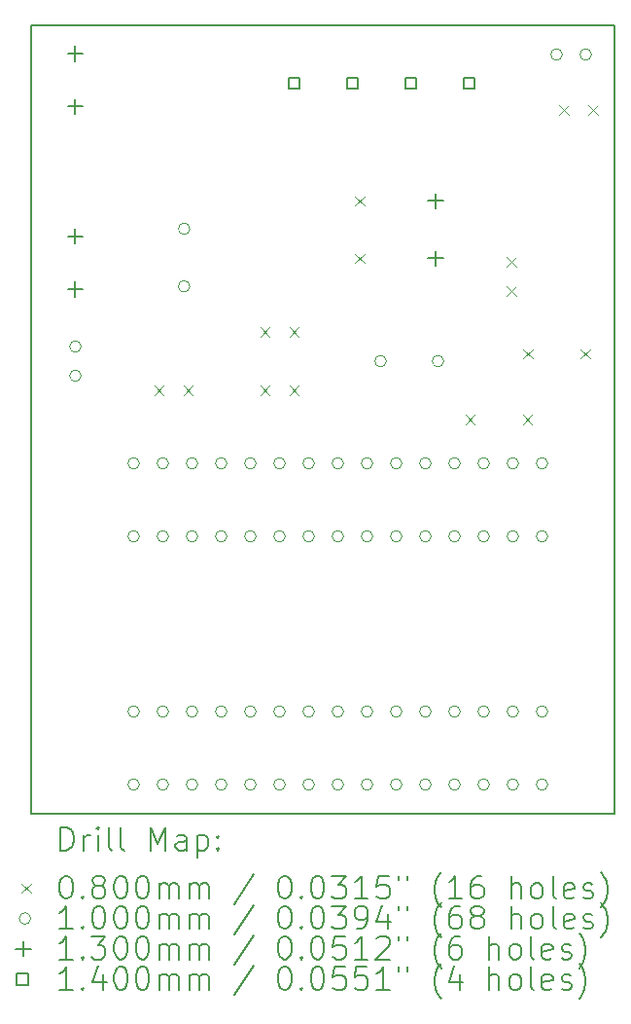
<source format=gbr>
%TF.GenerationSoftware,KiCad,Pcbnew,8.0.1-8.0.1-1~ubuntu22.04.1*%
%TF.CreationDate,2024-05-04T13:13:53+02:00*%
%TF.ProjectId,MCU_Board,4d43555f-426f-4617-9264-2e6b69636164,rev?*%
%TF.SameCoordinates,Original*%
%TF.FileFunction,Drillmap*%
%TF.FilePolarity,Positive*%
%FSLAX45Y45*%
G04 Gerber Fmt 4.5, Leading zero omitted, Abs format (unit mm)*
G04 Created by KiCad (PCBNEW 8.0.1-8.0.1-1~ubuntu22.04.1) date 2024-05-04 13:13:53*
%MOMM*%
%LPD*%
G01*
G04 APERTURE LIST*
%ADD10C,0.150000*%
%ADD11C,0.200000*%
%ADD12C,0.100000*%
%ADD13C,0.130000*%
%ADD14C,0.140000*%
G04 APERTURE END LIST*
D10*
X4572000Y-9906000D02*
X4572000Y-16764000D01*
X9652000Y-16764000D02*
X9652000Y-9906000D01*
X4572000Y-9906000D02*
X9652000Y-9906000D01*
X4572000Y-16764000D02*
X9652000Y-16764000D01*
D11*
D12*
X5641500Y-13041000D02*
X5721500Y-13121000D01*
X5721500Y-13041000D02*
X5641500Y-13121000D01*
X5895500Y-13041000D02*
X5975500Y-13121000D01*
X5975500Y-13041000D02*
X5895500Y-13121000D01*
X6564000Y-12533000D02*
X6644000Y-12613000D01*
X6644000Y-12533000D02*
X6564000Y-12613000D01*
X6564000Y-13041000D02*
X6644000Y-13121000D01*
X6644000Y-13041000D02*
X6564000Y-13121000D01*
X6818000Y-12533000D02*
X6898000Y-12613000D01*
X6898000Y-12533000D02*
X6818000Y-12613000D01*
X6818000Y-13041000D02*
X6898000Y-13121000D01*
X6898000Y-13041000D02*
X6818000Y-13121000D01*
X7389500Y-11394000D02*
X7469500Y-11474000D01*
X7469500Y-11394000D02*
X7389500Y-11474000D01*
X7389500Y-11894000D02*
X7469500Y-11974000D01*
X7469500Y-11894000D02*
X7389500Y-11974000D01*
X8350000Y-13295000D02*
X8430000Y-13375000D01*
X8430000Y-13295000D02*
X8350000Y-13375000D01*
X8710300Y-11923400D02*
X8790300Y-12003400D01*
X8790300Y-11923400D02*
X8710300Y-12003400D01*
X8710300Y-12177400D02*
X8790300Y-12257400D01*
X8790300Y-12177400D02*
X8710300Y-12257400D01*
X8850000Y-13295000D02*
X8930000Y-13375000D01*
X8930000Y-13295000D02*
X8850000Y-13375000D01*
X8854000Y-12723500D02*
X8934000Y-12803500D01*
X8934000Y-12723500D02*
X8854000Y-12803500D01*
X9167500Y-10602600D02*
X9247500Y-10682600D01*
X9247500Y-10602600D02*
X9167500Y-10682600D01*
X9354000Y-12723500D02*
X9434000Y-12803500D01*
X9434000Y-12723500D02*
X9354000Y-12803500D01*
X9421500Y-10602600D02*
X9501500Y-10682600D01*
X9501500Y-10602600D02*
X9421500Y-10682600D01*
X5003000Y-12700500D02*
G75*
G02*
X4903000Y-12700500I-50000J0D01*
G01*
X4903000Y-12700500D02*
G75*
G02*
X5003000Y-12700500I50000J0D01*
G01*
X5003000Y-12954500D02*
G75*
G02*
X4903000Y-12954500I-50000J0D01*
G01*
X4903000Y-12954500D02*
G75*
G02*
X5003000Y-12954500I50000J0D01*
G01*
X5511000Y-13716000D02*
G75*
G02*
X5411000Y-13716000I-50000J0D01*
G01*
X5411000Y-13716000D02*
G75*
G02*
X5511000Y-13716000I50000J0D01*
G01*
X5511000Y-14351000D02*
G75*
G02*
X5411000Y-14351000I-50000J0D01*
G01*
X5411000Y-14351000D02*
G75*
G02*
X5511000Y-14351000I50000J0D01*
G01*
X5511000Y-15875000D02*
G75*
G02*
X5411000Y-15875000I-50000J0D01*
G01*
X5411000Y-15875000D02*
G75*
G02*
X5511000Y-15875000I50000J0D01*
G01*
X5511000Y-16510000D02*
G75*
G02*
X5411000Y-16510000I-50000J0D01*
G01*
X5411000Y-16510000D02*
G75*
G02*
X5511000Y-16510000I50000J0D01*
G01*
X5765000Y-13716000D02*
G75*
G02*
X5665000Y-13716000I-50000J0D01*
G01*
X5665000Y-13716000D02*
G75*
G02*
X5765000Y-13716000I50000J0D01*
G01*
X5765000Y-14351000D02*
G75*
G02*
X5665000Y-14351000I-50000J0D01*
G01*
X5665000Y-14351000D02*
G75*
G02*
X5765000Y-14351000I50000J0D01*
G01*
X5765000Y-15875000D02*
G75*
G02*
X5665000Y-15875000I-50000J0D01*
G01*
X5665000Y-15875000D02*
G75*
G02*
X5765000Y-15875000I50000J0D01*
G01*
X5765000Y-16510000D02*
G75*
G02*
X5665000Y-16510000I-50000J0D01*
G01*
X5665000Y-16510000D02*
G75*
G02*
X5765000Y-16510000I50000J0D01*
G01*
X5950000Y-11676768D02*
G75*
G02*
X5850000Y-11676768I-50000J0D01*
G01*
X5850000Y-11676768D02*
G75*
G02*
X5950000Y-11676768I50000J0D01*
G01*
X5950000Y-12176768D02*
G75*
G02*
X5850000Y-12176768I-50000J0D01*
G01*
X5850000Y-12176768D02*
G75*
G02*
X5950000Y-12176768I50000J0D01*
G01*
X6019000Y-13716000D02*
G75*
G02*
X5919000Y-13716000I-50000J0D01*
G01*
X5919000Y-13716000D02*
G75*
G02*
X6019000Y-13716000I50000J0D01*
G01*
X6019000Y-14351000D02*
G75*
G02*
X5919000Y-14351000I-50000J0D01*
G01*
X5919000Y-14351000D02*
G75*
G02*
X6019000Y-14351000I50000J0D01*
G01*
X6019000Y-15875000D02*
G75*
G02*
X5919000Y-15875000I-50000J0D01*
G01*
X5919000Y-15875000D02*
G75*
G02*
X6019000Y-15875000I50000J0D01*
G01*
X6019000Y-16510000D02*
G75*
G02*
X5919000Y-16510000I-50000J0D01*
G01*
X5919000Y-16510000D02*
G75*
G02*
X6019000Y-16510000I50000J0D01*
G01*
X6273000Y-13716000D02*
G75*
G02*
X6173000Y-13716000I-50000J0D01*
G01*
X6173000Y-13716000D02*
G75*
G02*
X6273000Y-13716000I50000J0D01*
G01*
X6273000Y-14351000D02*
G75*
G02*
X6173000Y-14351000I-50000J0D01*
G01*
X6173000Y-14351000D02*
G75*
G02*
X6273000Y-14351000I50000J0D01*
G01*
X6273000Y-15875000D02*
G75*
G02*
X6173000Y-15875000I-50000J0D01*
G01*
X6173000Y-15875000D02*
G75*
G02*
X6273000Y-15875000I50000J0D01*
G01*
X6273000Y-16510000D02*
G75*
G02*
X6173000Y-16510000I-50000J0D01*
G01*
X6173000Y-16510000D02*
G75*
G02*
X6273000Y-16510000I50000J0D01*
G01*
X6527000Y-13716000D02*
G75*
G02*
X6427000Y-13716000I-50000J0D01*
G01*
X6427000Y-13716000D02*
G75*
G02*
X6527000Y-13716000I50000J0D01*
G01*
X6527000Y-14351000D02*
G75*
G02*
X6427000Y-14351000I-50000J0D01*
G01*
X6427000Y-14351000D02*
G75*
G02*
X6527000Y-14351000I50000J0D01*
G01*
X6527000Y-15875000D02*
G75*
G02*
X6427000Y-15875000I-50000J0D01*
G01*
X6427000Y-15875000D02*
G75*
G02*
X6527000Y-15875000I50000J0D01*
G01*
X6527000Y-16510000D02*
G75*
G02*
X6427000Y-16510000I-50000J0D01*
G01*
X6427000Y-16510000D02*
G75*
G02*
X6527000Y-16510000I50000J0D01*
G01*
X6781000Y-13716000D02*
G75*
G02*
X6681000Y-13716000I-50000J0D01*
G01*
X6681000Y-13716000D02*
G75*
G02*
X6781000Y-13716000I50000J0D01*
G01*
X6781000Y-14351000D02*
G75*
G02*
X6681000Y-14351000I-50000J0D01*
G01*
X6681000Y-14351000D02*
G75*
G02*
X6781000Y-14351000I50000J0D01*
G01*
X6781000Y-15875000D02*
G75*
G02*
X6681000Y-15875000I-50000J0D01*
G01*
X6681000Y-15875000D02*
G75*
G02*
X6781000Y-15875000I50000J0D01*
G01*
X6781000Y-16510000D02*
G75*
G02*
X6681000Y-16510000I-50000J0D01*
G01*
X6681000Y-16510000D02*
G75*
G02*
X6781000Y-16510000I50000J0D01*
G01*
X7035000Y-13716000D02*
G75*
G02*
X6935000Y-13716000I-50000J0D01*
G01*
X6935000Y-13716000D02*
G75*
G02*
X7035000Y-13716000I50000J0D01*
G01*
X7035000Y-14351000D02*
G75*
G02*
X6935000Y-14351000I-50000J0D01*
G01*
X6935000Y-14351000D02*
G75*
G02*
X7035000Y-14351000I50000J0D01*
G01*
X7035000Y-15875000D02*
G75*
G02*
X6935000Y-15875000I-50000J0D01*
G01*
X6935000Y-15875000D02*
G75*
G02*
X7035000Y-15875000I50000J0D01*
G01*
X7035000Y-16510000D02*
G75*
G02*
X6935000Y-16510000I-50000J0D01*
G01*
X6935000Y-16510000D02*
G75*
G02*
X7035000Y-16510000I50000J0D01*
G01*
X7289000Y-13716000D02*
G75*
G02*
X7189000Y-13716000I-50000J0D01*
G01*
X7189000Y-13716000D02*
G75*
G02*
X7289000Y-13716000I50000J0D01*
G01*
X7289000Y-14351000D02*
G75*
G02*
X7189000Y-14351000I-50000J0D01*
G01*
X7189000Y-14351000D02*
G75*
G02*
X7289000Y-14351000I50000J0D01*
G01*
X7289000Y-15875000D02*
G75*
G02*
X7189000Y-15875000I-50000J0D01*
G01*
X7189000Y-15875000D02*
G75*
G02*
X7289000Y-15875000I50000J0D01*
G01*
X7289000Y-16510000D02*
G75*
G02*
X7189000Y-16510000I-50000J0D01*
G01*
X7189000Y-16510000D02*
G75*
G02*
X7289000Y-16510000I50000J0D01*
G01*
X7543000Y-13716000D02*
G75*
G02*
X7443000Y-13716000I-50000J0D01*
G01*
X7443000Y-13716000D02*
G75*
G02*
X7543000Y-13716000I50000J0D01*
G01*
X7543000Y-14351000D02*
G75*
G02*
X7443000Y-14351000I-50000J0D01*
G01*
X7443000Y-14351000D02*
G75*
G02*
X7543000Y-14351000I50000J0D01*
G01*
X7543000Y-15875000D02*
G75*
G02*
X7443000Y-15875000I-50000J0D01*
G01*
X7443000Y-15875000D02*
G75*
G02*
X7543000Y-15875000I50000J0D01*
G01*
X7543000Y-16510000D02*
G75*
G02*
X7443000Y-16510000I-50000J0D01*
G01*
X7443000Y-16510000D02*
G75*
G02*
X7543000Y-16510000I50000J0D01*
G01*
X7660768Y-12827000D02*
G75*
G02*
X7560768Y-12827000I-50000J0D01*
G01*
X7560768Y-12827000D02*
G75*
G02*
X7660768Y-12827000I50000J0D01*
G01*
X7797000Y-13716000D02*
G75*
G02*
X7697000Y-13716000I-50000J0D01*
G01*
X7697000Y-13716000D02*
G75*
G02*
X7797000Y-13716000I50000J0D01*
G01*
X7797000Y-14351000D02*
G75*
G02*
X7697000Y-14351000I-50000J0D01*
G01*
X7697000Y-14351000D02*
G75*
G02*
X7797000Y-14351000I50000J0D01*
G01*
X7797000Y-15875000D02*
G75*
G02*
X7697000Y-15875000I-50000J0D01*
G01*
X7697000Y-15875000D02*
G75*
G02*
X7797000Y-15875000I50000J0D01*
G01*
X7797000Y-16510000D02*
G75*
G02*
X7697000Y-16510000I-50000J0D01*
G01*
X7697000Y-16510000D02*
G75*
G02*
X7797000Y-16510000I50000J0D01*
G01*
X8051000Y-13716000D02*
G75*
G02*
X7951000Y-13716000I-50000J0D01*
G01*
X7951000Y-13716000D02*
G75*
G02*
X8051000Y-13716000I50000J0D01*
G01*
X8051000Y-14351000D02*
G75*
G02*
X7951000Y-14351000I-50000J0D01*
G01*
X7951000Y-14351000D02*
G75*
G02*
X8051000Y-14351000I50000J0D01*
G01*
X8051000Y-15875000D02*
G75*
G02*
X7951000Y-15875000I-50000J0D01*
G01*
X7951000Y-15875000D02*
G75*
G02*
X8051000Y-15875000I50000J0D01*
G01*
X8051000Y-16510000D02*
G75*
G02*
X7951000Y-16510000I-50000J0D01*
G01*
X7951000Y-16510000D02*
G75*
G02*
X8051000Y-16510000I50000J0D01*
G01*
X8160768Y-12827000D02*
G75*
G02*
X8060768Y-12827000I-50000J0D01*
G01*
X8060768Y-12827000D02*
G75*
G02*
X8160768Y-12827000I50000J0D01*
G01*
X8305000Y-13716000D02*
G75*
G02*
X8205000Y-13716000I-50000J0D01*
G01*
X8205000Y-13716000D02*
G75*
G02*
X8305000Y-13716000I50000J0D01*
G01*
X8305000Y-14351000D02*
G75*
G02*
X8205000Y-14351000I-50000J0D01*
G01*
X8205000Y-14351000D02*
G75*
G02*
X8305000Y-14351000I50000J0D01*
G01*
X8305000Y-15875000D02*
G75*
G02*
X8205000Y-15875000I-50000J0D01*
G01*
X8205000Y-15875000D02*
G75*
G02*
X8305000Y-15875000I50000J0D01*
G01*
X8305000Y-16510000D02*
G75*
G02*
X8205000Y-16510000I-50000J0D01*
G01*
X8205000Y-16510000D02*
G75*
G02*
X8305000Y-16510000I50000J0D01*
G01*
X8559000Y-13716000D02*
G75*
G02*
X8459000Y-13716000I-50000J0D01*
G01*
X8459000Y-13716000D02*
G75*
G02*
X8559000Y-13716000I50000J0D01*
G01*
X8559000Y-14351000D02*
G75*
G02*
X8459000Y-14351000I-50000J0D01*
G01*
X8459000Y-14351000D02*
G75*
G02*
X8559000Y-14351000I50000J0D01*
G01*
X8559000Y-15875000D02*
G75*
G02*
X8459000Y-15875000I-50000J0D01*
G01*
X8459000Y-15875000D02*
G75*
G02*
X8559000Y-15875000I50000J0D01*
G01*
X8559000Y-16510000D02*
G75*
G02*
X8459000Y-16510000I-50000J0D01*
G01*
X8459000Y-16510000D02*
G75*
G02*
X8559000Y-16510000I50000J0D01*
G01*
X8813000Y-13716000D02*
G75*
G02*
X8713000Y-13716000I-50000J0D01*
G01*
X8713000Y-13716000D02*
G75*
G02*
X8813000Y-13716000I50000J0D01*
G01*
X8813000Y-14351000D02*
G75*
G02*
X8713000Y-14351000I-50000J0D01*
G01*
X8713000Y-14351000D02*
G75*
G02*
X8813000Y-14351000I50000J0D01*
G01*
X8813000Y-15875000D02*
G75*
G02*
X8713000Y-15875000I-50000J0D01*
G01*
X8713000Y-15875000D02*
G75*
G02*
X8813000Y-15875000I50000J0D01*
G01*
X8813000Y-16510000D02*
G75*
G02*
X8713000Y-16510000I-50000J0D01*
G01*
X8713000Y-16510000D02*
G75*
G02*
X8813000Y-16510000I50000J0D01*
G01*
X9067000Y-13716000D02*
G75*
G02*
X8967000Y-13716000I-50000J0D01*
G01*
X8967000Y-13716000D02*
G75*
G02*
X9067000Y-13716000I50000J0D01*
G01*
X9067000Y-14351000D02*
G75*
G02*
X8967000Y-14351000I-50000J0D01*
G01*
X8967000Y-14351000D02*
G75*
G02*
X9067000Y-14351000I50000J0D01*
G01*
X9067000Y-15875000D02*
G75*
G02*
X8967000Y-15875000I-50000J0D01*
G01*
X8967000Y-15875000D02*
G75*
G02*
X9067000Y-15875000I50000J0D01*
G01*
X9067000Y-16510000D02*
G75*
G02*
X8967000Y-16510000I-50000J0D01*
G01*
X8967000Y-16510000D02*
G75*
G02*
X9067000Y-16510000I50000J0D01*
G01*
X9193500Y-10160000D02*
G75*
G02*
X9093500Y-10160000I-50000J0D01*
G01*
X9093500Y-10160000D02*
G75*
G02*
X9193500Y-10160000I50000J0D01*
G01*
X9447500Y-10160000D02*
G75*
G02*
X9347500Y-10160000I-50000J0D01*
G01*
X9347500Y-10160000D02*
G75*
G02*
X9447500Y-10160000I50000J0D01*
G01*
D13*
X4953000Y-10086000D02*
X4953000Y-10216000D01*
X4888000Y-10151000D02*
X5018000Y-10151000D01*
X4953000Y-10546000D02*
X4953000Y-10676000D01*
X4888000Y-10611000D02*
X5018000Y-10611000D01*
X4953000Y-11676000D02*
X4953000Y-11806000D01*
X4888000Y-11741000D02*
X5018000Y-11741000D01*
X4953000Y-12136000D02*
X4953000Y-12266000D01*
X4888000Y-12201000D02*
X5018000Y-12201000D01*
X8089900Y-11369000D02*
X8089900Y-11499000D01*
X8024900Y-11434000D02*
X8154900Y-11434000D01*
X8089900Y-11869000D02*
X8089900Y-11999000D01*
X8024900Y-11934000D02*
X8154900Y-11934000D01*
D14*
X6907498Y-10459498D02*
X6907498Y-10360502D01*
X6808502Y-10360502D01*
X6808502Y-10459498D01*
X6907498Y-10459498D01*
X7415498Y-10459498D02*
X7415498Y-10360502D01*
X7316502Y-10360502D01*
X7316502Y-10459498D01*
X7415498Y-10459498D01*
X7923498Y-10459498D02*
X7923498Y-10360502D01*
X7824502Y-10360502D01*
X7824502Y-10459498D01*
X7923498Y-10459498D01*
X8431498Y-10459498D02*
X8431498Y-10360502D01*
X8332502Y-10360502D01*
X8332502Y-10459498D01*
X8431498Y-10459498D01*
D11*
X4825277Y-17082984D02*
X4825277Y-16882984D01*
X4825277Y-16882984D02*
X4872896Y-16882984D01*
X4872896Y-16882984D02*
X4901467Y-16892508D01*
X4901467Y-16892508D02*
X4920515Y-16911555D01*
X4920515Y-16911555D02*
X4930039Y-16930603D01*
X4930039Y-16930603D02*
X4939563Y-16968698D01*
X4939563Y-16968698D02*
X4939563Y-16997270D01*
X4939563Y-16997270D02*
X4930039Y-17035365D01*
X4930039Y-17035365D02*
X4920515Y-17054412D01*
X4920515Y-17054412D02*
X4901467Y-17073460D01*
X4901467Y-17073460D02*
X4872896Y-17082984D01*
X4872896Y-17082984D02*
X4825277Y-17082984D01*
X5025277Y-17082984D02*
X5025277Y-16949650D01*
X5025277Y-16987746D02*
X5034801Y-16968698D01*
X5034801Y-16968698D02*
X5044324Y-16959174D01*
X5044324Y-16959174D02*
X5063372Y-16949650D01*
X5063372Y-16949650D02*
X5082420Y-16949650D01*
X5149086Y-17082984D02*
X5149086Y-16949650D01*
X5149086Y-16882984D02*
X5139563Y-16892508D01*
X5139563Y-16892508D02*
X5149086Y-16902031D01*
X5149086Y-16902031D02*
X5158610Y-16892508D01*
X5158610Y-16892508D02*
X5149086Y-16882984D01*
X5149086Y-16882984D02*
X5149086Y-16902031D01*
X5272896Y-17082984D02*
X5253848Y-17073460D01*
X5253848Y-17073460D02*
X5244324Y-17054412D01*
X5244324Y-17054412D02*
X5244324Y-16882984D01*
X5377658Y-17082984D02*
X5358610Y-17073460D01*
X5358610Y-17073460D02*
X5349086Y-17054412D01*
X5349086Y-17054412D02*
X5349086Y-16882984D01*
X5606229Y-17082984D02*
X5606229Y-16882984D01*
X5606229Y-16882984D02*
X5672896Y-17025841D01*
X5672896Y-17025841D02*
X5739562Y-16882984D01*
X5739562Y-16882984D02*
X5739562Y-17082984D01*
X5920515Y-17082984D02*
X5920515Y-16978222D01*
X5920515Y-16978222D02*
X5910991Y-16959174D01*
X5910991Y-16959174D02*
X5891943Y-16949650D01*
X5891943Y-16949650D02*
X5853848Y-16949650D01*
X5853848Y-16949650D02*
X5834801Y-16959174D01*
X5920515Y-17073460D02*
X5901467Y-17082984D01*
X5901467Y-17082984D02*
X5853848Y-17082984D01*
X5853848Y-17082984D02*
X5834801Y-17073460D01*
X5834801Y-17073460D02*
X5825277Y-17054412D01*
X5825277Y-17054412D02*
X5825277Y-17035365D01*
X5825277Y-17035365D02*
X5834801Y-17016317D01*
X5834801Y-17016317D02*
X5853848Y-17006793D01*
X5853848Y-17006793D02*
X5901467Y-17006793D01*
X5901467Y-17006793D02*
X5920515Y-16997270D01*
X6015753Y-16949650D02*
X6015753Y-17149650D01*
X6015753Y-16959174D02*
X6034801Y-16949650D01*
X6034801Y-16949650D02*
X6072896Y-16949650D01*
X6072896Y-16949650D02*
X6091943Y-16959174D01*
X6091943Y-16959174D02*
X6101467Y-16968698D01*
X6101467Y-16968698D02*
X6110991Y-16987746D01*
X6110991Y-16987746D02*
X6110991Y-17044889D01*
X6110991Y-17044889D02*
X6101467Y-17063936D01*
X6101467Y-17063936D02*
X6091943Y-17073460D01*
X6091943Y-17073460D02*
X6072896Y-17082984D01*
X6072896Y-17082984D02*
X6034801Y-17082984D01*
X6034801Y-17082984D02*
X6015753Y-17073460D01*
X6196705Y-17063936D02*
X6206229Y-17073460D01*
X6206229Y-17073460D02*
X6196705Y-17082984D01*
X6196705Y-17082984D02*
X6187182Y-17073460D01*
X6187182Y-17073460D02*
X6196705Y-17063936D01*
X6196705Y-17063936D02*
X6196705Y-17082984D01*
X6196705Y-16959174D02*
X6206229Y-16968698D01*
X6206229Y-16968698D02*
X6196705Y-16978222D01*
X6196705Y-16978222D02*
X6187182Y-16968698D01*
X6187182Y-16968698D02*
X6196705Y-16959174D01*
X6196705Y-16959174D02*
X6196705Y-16978222D01*
D12*
X4484500Y-17371500D02*
X4564500Y-17451500D01*
X4564500Y-17371500D02*
X4484500Y-17451500D01*
D11*
X4863372Y-17302984D02*
X4882420Y-17302984D01*
X4882420Y-17302984D02*
X4901467Y-17312508D01*
X4901467Y-17312508D02*
X4910991Y-17322031D01*
X4910991Y-17322031D02*
X4920515Y-17341079D01*
X4920515Y-17341079D02*
X4930039Y-17379174D01*
X4930039Y-17379174D02*
X4930039Y-17426793D01*
X4930039Y-17426793D02*
X4920515Y-17464889D01*
X4920515Y-17464889D02*
X4910991Y-17483936D01*
X4910991Y-17483936D02*
X4901467Y-17493460D01*
X4901467Y-17493460D02*
X4882420Y-17502984D01*
X4882420Y-17502984D02*
X4863372Y-17502984D01*
X4863372Y-17502984D02*
X4844324Y-17493460D01*
X4844324Y-17493460D02*
X4834801Y-17483936D01*
X4834801Y-17483936D02*
X4825277Y-17464889D01*
X4825277Y-17464889D02*
X4815753Y-17426793D01*
X4815753Y-17426793D02*
X4815753Y-17379174D01*
X4815753Y-17379174D02*
X4825277Y-17341079D01*
X4825277Y-17341079D02*
X4834801Y-17322031D01*
X4834801Y-17322031D02*
X4844324Y-17312508D01*
X4844324Y-17312508D02*
X4863372Y-17302984D01*
X5015753Y-17483936D02*
X5025277Y-17493460D01*
X5025277Y-17493460D02*
X5015753Y-17502984D01*
X5015753Y-17502984D02*
X5006229Y-17493460D01*
X5006229Y-17493460D02*
X5015753Y-17483936D01*
X5015753Y-17483936D02*
X5015753Y-17502984D01*
X5139563Y-17388698D02*
X5120515Y-17379174D01*
X5120515Y-17379174D02*
X5110991Y-17369650D01*
X5110991Y-17369650D02*
X5101467Y-17350603D01*
X5101467Y-17350603D02*
X5101467Y-17341079D01*
X5101467Y-17341079D02*
X5110991Y-17322031D01*
X5110991Y-17322031D02*
X5120515Y-17312508D01*
X5120515Y-17312508D02*
X5139563Y-17302984D01*
X5139563Y-17302984D02*
X5177658Y-17302984D01*
X5177658Y-17302984D02*
X5196705Y-17312508D01*
X5196705Y-17312508D02*
X5206229Y-17322031D01*
X5206229Y-17322031D02*
X5215753Y-17341079D01*
X5215753Y-17341079D02*
X5215753Y-17350603D01*
X5215753Y-17350603D02*
X5206229Y-17369650D01*
X5206229Y-17369650D02*
X5196705Y-17379174D01*
X5196705Y-17379174D02*
X5177658Y-17388698D01*
X5177658Y-17388698D02*
X5139563Y-17388698D01*
X5139563Y-17388698D02*
X5120515Y-17398222D01*
X5120515Y-17398222D02*
X5110991Y-17407746D01*
X5110991Y-17407746D02*
X5101467Y-17426793D01*
X5101467Y-17426793D02*
X5101467Y-17464889D01*
X5101467Y-17464889D02*
X5110991Y-17483936D01*
X5110991Y-17483936D02*
X5120515Y-17493460D01*
X5120515Y-17493460D02*
X5139563Y-17502984D01*
X5139563Y-17502984D02*
X5177658Y-17502984D01*
X5177658Y-17502984D02*
X5196705Y-17493460D01*
X5196705Y-17493460D02*
X5206229Y-17483936D01*
X5206229Y-17483936D02*
X5215753Y-17464889D01*
X5215753Y-17464889D02*
X5215753Y-17426793D01*
X5215753Y-17426793D02*
X5206229Y-17407746D01*
X5206229Y-17407746D02*
X5196705Y-17398222D01*
X5196705Y-17398222D02*
X5177658Y-17388698D01*
X5339563Y-17302984D02*
X5358610Y-17302984D01*
X5358610Y-17302984D02*
X5377658Y-17312508D01*
X5377658Y-17312508D02*
X5387182Y-17322031D01*
X5387182Y-17322031D02*
X5396705Y-17341079D01*
X5396705Y-17341079D02*
X5406229Y-17379174D01*
X5406229Y-17379174D02*
X5406229Y-17426793D01*
X5406229Y-17426793D02*
X5396705Y-17464889D01*
X5396705Y-17464889D02*
X5387182Y-17483936D01*
X5387182Y-17483936D02*
X5377658Y-17493460D01*
X5377658Y-17493460D02*
X5358610Y-17502984D01*
X5358610Y-17502984D02*
X5339563Y-17502984D01*
X5339563Y-17502984D02*
X5320515Y-17493460D01*
X5320515Y-17493460D02*
X5310991Y-17483936D01*
X5310991Y-17483936D02*
X5301467Y-17464889D01*
X5301467Y-17464889D02*
X5291944Y-17426793D01*
X5291944Y-17426793D02*
X5291944Y-17379174D01*
X5291944Y-17379174D02*
X5301467Y-17341079D01*
X5301467Y-17341079D02*
X5310991Y-17322031D01*
X5310991Y-17322031D02*
X5320515Y-17312508D01*
X5320515Y-17312508D02*
X5339563Y-17302984D01*
X5530039Y-17302984D02*
X5549086Y-17302984D01*
X5549086Y-17302984D02*
X5568134Y-17312508D01*
X5568134Y-17312508D02*
X5577658Y-17322031D01*
X5577658Y-17322031D02*
X5587182Y-17341079D01*
X5587182Y-17341079D02*
X5596705Y-17379174D01*
X5596705Y-17379174D02*
X5596705Y-17426793D01*
X5596705Y-17426793D02*
X5587182Y-17464889D01*
X5587182Y-17464889D02*
X5577658Y-17483936D01*
X5577658Y-17483936D02*
X5568134Y-17493460D01*
X5568134Y-17493460D02*
X5549086Y-17502984D01*
X5549086Y-17502984D02*
X5530039Y-17502984D01*
X5530039Y-17502984D02*
X5510991Y-17493460D01*
X5510991Y-17493460D02*
X5501467Y-17483936D01*
X5501467Y-17483936D02*
X5491944Y-17464889D01*
X5491944Y-17464889D02*
X5482420Y-17426793D01*
X5482420Y-17426793D02*
X5482420Y-17379174D01*
X5482420Y-17379174D02*
X5491944Y-17341079D01*
X5491944Y-17341079D02*
X5501467Y-17322031D01*
X5501467Y-17322031D02*
X5510991Y-17312508D01*
X5510991Y-17312508D02*
X5530039Y-17302984D01*
X5682420Y-17502984D02*
X5682420Y-17369650D01*
X5682420Y-17388698D02*
X5691943Y-17379174D01*
X5691943Y-17379174D02*
X5710991Y-17369650D01*
X5710991Y-17369650D02*
X5739563Y-17369650D01*
X5739563Y-17369650D02*
X5758610Y-17379174D01*
X5758610Y-17379174D02*
X5768134Y-17398222D01*
X5768134Y-17398222D02*
X5768134Y-17502984D01*
X5768134Y-17398222D02*
X5777658Y-17379174D01*
X5777658Y-17379174D02*
X5796705Y-17369650D01*
X5796705Y-17369650D02*
X5825277Y-17369650D01*
X5825277Y-17369650D02*
X5844324Y-17379174D01*
X5844324Y-17379174D02*
X5853848Y-17398222D01*
X5853848Y-17398222D02*
X5853848Y-17502984D01*
X5949086Y-17502984D02*
X5949086Y-17369650D01*
X5949086Y-17388698D02*
X5958610Y-17379174D01*
X5958610Y-17379174D02*
X5977658Y-17369650D01*
X5977658Y-17369650D02*
X6006229Y-17369650D01*
X6006229Y-17369650D02*
X6025277Y-17379174D01*
X6025277Y-17379174D02*
X6034801Y-17398222D01*
X6034801Y-17398222D02*
X6034801Y-17502984D01*
X6034801Y-17398222D02*
X6044324Y-17379174D01*
X6044324Y-17379174D02*
X6063372Y-17369650D01*
X6063372Y-17369650D02*
X6091943Y-17369650D01*
X6091943Y-17369650D02*
X6110991Y-17379174D01*
X6110991Y-17379174D02*
X6120515Y-17398222D01*
X6120515Y-17398222D02*
X6120515Y-17502984D01*
X6510991Y-17293460D02*
X6339563Y-17550603D01*
X6768134Y-17302984D02*
X6787182Y-17302984D01*
X6787182Y-17302984D02*
X6806229Y-17312508D01*
X6806229Y-17312508D02*
X6815753Y-17322031D01*
X6815753Y-17322031D02*
X6825277Y-17341079D01*
X6825277Y-17341079D02*
X6834801Y-17379174D01*
X6834801Y-17379174D02*
X6834801Y-17426793D01*
X6834801Y-17426793D02*
X6825277Y-17464889D01*
X6825277Y-17464889D02*
X6815753Y-17483936D01*
X6815753Y-17483936D02*
X6806229Y-17493460D01*
X6806229Y-17493460D02*
X6787182Y-17502984D01*
X6787182Y-17502984D02*
X6768134Y-17502984D01*
X6768134Y-17502984D02*
X6749086Y-17493460D01*
X6749086Y-17493460D02*
X6739563Y-17483936D01*
X6739563Y-17483936D02*
X6730039Y-17464889D01*
X6730039Y-17464889D02*
X6720515Y-17426793D01*
X6720515Y-17426793D02*
X6720515Y-17379174D01*
X6720515Y-17379174D02*
X6730039Y-17341079D01*
X6730039Y-17341079D02*
X6739563Y-17322031D01*
X6739563Y-17322031D02*
X6749086Y-17312508D01*
X6749086Y-17312508D02*
X6768134Y-17302984D01*
X6920515Y-17483936D02*
X6930039Y-17493460D01*
X6930039Y-17493460D02*
X6920515Y-17502984D01*
X6920515Y-17502984D02*
X6910991Y-17493460D01*
X6910991Y-17493460D02*
X6920515Y-17483936D01*
X6920515Y-17483936D02*
X6920515Y-17502984D01*
X7053848Y-17302984D02*
X7072896Y-17302984D01*
X7072896Y-17302984D02*
X7091944Y-17312508D01*
X7091944Y-17312508D02*
X7101467Y-17322031D01*
X7101467Y-17322031D02*
X7110991Y-17341079D01*
X7110991Y-17341079D02*
X7120515Y-17379174D01*
X7120515Y-17379174D02*
X7120515Y-17426793D01*
X7120515Y-17426793D02*
X7110991Y-17464889D01*
X7110991Y-17464889D02*
X7101467Y-17483936D01*
X7101467Y-17483936D02*
X7091944Y-17493460D01*
X7091944Y-17493460D02*
X7072896Y-17502984D01*
X7072896Y-17502984D02*
X7053848Y-17502984D01*
X7053848Y-17502984D02*
X7034801Y-17493460D01*
X7034801Y-17493460D02*
X7025277Y-17483936D01*
X7025277Y-17483936D02*
X7015753Y-17464889D01*
X7015753Y-17464889D02*
X7006229Y-17426793D01*
X7006229Y-17426793D02*
X7006229Y-17379174D01*
X7006229Y-17379174D02*
X7015753Y-17341079D01*
X7015753Y-17341079D02*
X7025277Y-17322031D01*
X7025277Y-17322031D02*
X7034801Y-17312508D01*
X7034801Y-17312508D02*
X7053848Y-17302984D01*
X7187182Y-17302984D02*
X7310991Y-17302984D01*
X7310991Y-17302984D02*
X7244325Y-17379174D01*
X7244325Y-17379174D02*
X7272896Y-17379174D01*
X7272896Y-17379174D02*
X7291944Y-17388698D01*
X7291944Y-17388698D02*
X7301467Y-17398222D01*
X7301467Y-17398222D02*
X7310991Y-17417270D01*
X7310991Y-17417270D02*
X7310991Y-17464889D01*
X7310991Y-17464889D02*
X7301467Y-17483936D01*
X7301467Y-17483936D02*
X7291944Y-17493460D01*
X7291944Y-17493460D02*
X7272896Y-17502984D01*
X7272896Y-17502984D02*
X7215753Y-17502984D01*
X7215753Y-17502984D02*
X7196706Y-17493460D01*
X7196706Y-17493460D02*
X7187182Y-17483936D01*
X7501467Y-17502984D02*
X7387182Y-17502984D01*
X7444325Y-17502984D02*
X7444325Y-17302984D01*
X7444325Y-17302984D02*
X7425277Y-17331555D01*
X7425277Y-17331555D02*
X7406229Y-17350603D01*
X7406229Y-17350603D02*
X7387182Y-17360127D01*
X7682420Y-17302984D02*
X7587182Y-17302984D01*
X7587182Y-17302984D02*
X7577658Y-17398222D01*
X7577658Y-17398222D02*
X7587182Y-17388698D01*
X7587182Y-17388698D02*
X7606229Y-17379174D01*
X7606229Y-17379174D02*
X7653848Y-17379174D01*
X7653848Y-17379174D02*
X7672896Y-17388698D01*
X7672896Y-17388698D02*
X7682420Y-17398222D01*
X7682420Y-17398222D02*
X7691944Y-17417270D01*
X7691944Y-17417270D02*
X7691944Y-17464889D01*
X7691944Y-17464889D02*
X7682420Y-17483936D01*
X7682420Y-17483936D02*
X7672896Y-17493460D01*
X7672896Y-17493460D02*
X7653848Y-17502984D01*
X7653848Y-17502984D02*
X7606229Y-17502984D01*
X7606229Y-17502984D02*
X7587182Y-17493460D01*
X7587182Y-17493460D02*
X7577658Y-17483936D01*
X7768134Y-17302984D02*
X7768134Y-17341079D01*
X7844325Y-17302984D02*
X7844325Y-17341079D01*
X8139563Y-17579174D02*
X8130039Y-17569650D01*
X8130039Y-17569650D02*
X8110991Y-17541079D01*
X8110991Y-17541079D02*
X8101468Y-17522031D01*
X8101468Y-17522031D02*
X8091944Y-17493460D01*
X8091944Y-17493460D02*
X8082420Y-17445841D01*
X8082420Y-17445841D02*
X8082420Y-17407746D01*
X8082420Y-17407746D02*
X8091944Y-17360127D01*
X8091944Y-17360127D02*
X8101468Y-17331555D01*
X8101468Y-17331555D02*
X8110991Y-17312508D01*
X8110991Y-17312508D02*
X8130039Y-17283936D01*
X8130039Y-17283936D02*
X8139563Y-17274412D01*
X8320515Y-17502984D02*
X8206229Y-17502984D01*
X8263372Y-17502984D02*
X8263372Y-17302984D01*
X8263372Y-17302984D02*
X8244325Y-17331555D01*
X8244325Y-17331555D02*
X8225277Y-17350603D01*
X8225277Y-17350603D02*
X8206229Y-17360127D01*
X8491944Y-17302984D02*
X8453849Y-17302984D01*
X8453849Y-17302984D02*
X8434801Y-17312508D01*
X8434801Y-17312508D02*
X8425277Y-17322031D01*
X8425277Y-17322031D02*
X8406230Y-17350603D01*
X8406230Y-17350603D02*
X8396706Y-17388698D01*
X8396706Y-17388698D02*
X8396706Y-17464889D01*
X8396706Y-17464889D02*
X8406230Y-17483936D01*
X8406230Y-17483936D02*
X8415753Y-17493460D01*
X8415753Y-17493460D02*
X8434801Y-17502984D01*
X8434801Y-17502984D02*
X8472896Y-17502984D01*
X8472896Y-17502984D02*
X8491944Y-17493460D01*
X8491944Y-17493460D02*
X8501468Y-17483936D01*
X8501468Y-17483936D02*
X8510991Y-17464889D01*
X8510991Y-17464889D02*
X8510991Y-17417270D01*
X8510991Y-17417270D02*
X8501468Y-17398222D01*
X8501468Y-17398222D02*
X8491944Y-17388698D01*
X8491944Y-17388698D02*
X8472896Y-17379174D01*
X8472896Y-17379174D02*
X8434801Y-17379174D01*
X8434801Y-17379174D02*
X8415753Y-17388698D01*
X8415753Y-17388698D02*
X8406230Y-17398222D01*
X8406230Y-17398222D02*
X8396706Y-17417270D01*
X8749087Y-17502984D02*
X8749087Y-17302984D01*
X8834801Y-17502984D02*
X8834801Y-17398222D01*
X8834801Y-17398222D02*
X8825277Y-17379174D01*
X8825277Y-17379174D02*
X8806230Y-17369650D01*
X8806230Y-17369650D02*
X8777658Y-17369650D01*
X8777658Y-17369650D02*
X8758611Y-17379174D01*
X8758611Y-17379174D02*
X8749087Y-17388698D01*
X8958611Y-17502984D02*
X8939563Y-17493460D01*
X8939563Y-17493460D02*
X8930039Y-17483936D01*
X8930039Y-17483936D02*
X8920515Y-17464889D01*
X8920515Y-17464889D02*
X8920515Y-17407746D01*
X8920515Y-17407746D02*
X8930039Y-17388698D01*
X8930039Y-17388698D02*
X8939563Y-17379174D01*
X8939563Y-17379174D02*
X8958611Y-17369650D01*
X8958611Y-17369650D02*
X8987182Y-17369650D01*
X8987182Y-17369650D02*
X9006230Y-17379174D01*
X9006230Y-17379174D02*
X9015753Y-17388698D01*
X9015753Y-17388698D02*
X9025277Y-17407746D01*
X9025277Y-17407746D02*
X9025277Y-17464889D01*
X9025277Y-17464889D02*
X9015753Y-17483936D01*
X9015753Y-17483936D02*
X9006230Y-17493460D01*
X9006230Y-17493460D02*
X8987182Y-17502984D01*
X8987182Y-17502984D02*
X8958611Y-17502984D01*
X9139563Y-17502984D02*
X9120515Y-17493460D01*
X9120515Y-17493460D02*
X9110992Y-17474412D01*
X9110992Y-17474412D02*
X9110992Y-17302984D01*
X9291944Y-17493460D02*
X9272896Y-17502984D01*
X9272896Y-17502984D02*
X9234801Y-17502984D01*
X9234801Y-17502984D02*
X9215753Y-17493460D01*
X9215753Y-17493460D02*
X9206230Y-17474412D01*
X9206230Y-17474412D02*
X9206230Y-17398222D01*
X9206230Y-17398222D02*
X9215753Y-17379174D01*
X9215753Y-17379174D02*
X9234801Y-17369650D01*
X9234801Y-17369650D02*
X9272896Y-17369650D01*
X9272896Y-17369650D02*
X9291944Y-17379174D01*
X9291944Y-17379174D02*
X9301468Y-17398222D01*
X9301468Y-17398222D02*
X9301468Y-17417270D01*
X9301468Y-17417270D02*
X9206230Y-17436317D01*
X9377658Y-17493460D02*
X9396706Y-17502984D01*
X9396706Y-17502984D02*
X9434801Y-17502984D01*
X9434801Y-17502984D02*
X9453849Y-17493460D01*
X9453849Y-17493460D02*
X9463373Y-17474412D01*
X9463373Y-17474412D02*
X9463373Y-17464889D01*
X9463373Y-17464889D02*
X9453849Y-17445841D01*
X9453849Y-17445841D02*
X9434801Y-17436317D01*
X9434801Y-17436317D02*
X9406230Y-17436317D01*
X9406230Y-17436317D02*
X9387182Y-17426793D01*
X9387182Y-17426793D02*
X9377658Y-17407746D01*
X9377658Y-17407746D02*
X9377658Y-17398222D01*
X9377658Y-17398222D02*
X9387182Y-17379174D01*
X9387182Y-17379174D02*
X9406230Y-17369650D01*
X9406230Y-17369650D02*
X9434801Y-17369650D01*
X9434801Y-17369650D02*
X9453849Y-17379174D01*
X9530039Y-17579174D02*
X9539563Y-17569650D01*
X9539563Y-17569650D02*
X9558611Y-17541079D01*
X9558611Y-17541079D02*
X9568134Y-17522031D01*
X9568134Y-17522031D02*
X9577658Y-17493460D01*
X9577658Y-17493460D02*
X9587182Y-17445841D01*
X9587182Y-17445841D02*
X9587182Y-17407746D01*
X9587182Y-17407746D02*
X9577658Y-17360127D01*
X9577658Y-17360127D02*
X9568134Y-17331555D01*
X9568134Y-17331555D02*
X9558611Y-17312508D01*
X9558611Y-17312508D02*
X9539563Y-17283936D01*
X9539563Y-17283936D02*
X9530039Y-17274412D01*
D12*
X4564500Y-17675500D02*
G75*
G02*
X4464500Y-17675500I-50000J0D01*
G01*
X4464500Y-17675500D02*
G75*
G02*
X4564500Y-17675500I50000J0D01*
G01*
D11*
X4930039Y-17766984D02*
X4815753Y-17766984D01*
X4872896Y-17766984D02*
X4872896Y-17566984D01*
X4872896Y-17566984D02*
X4853848Y-17595555D01*
X4853848Y-17595555D02*
X4834801Y-17614603D01*
X4834801Y-17614603D02*
X4815753Y-17624127D01*
X5015753Y-17747936D02*
X5025277Y-17757460D01*
X5025277Y-17757460D02*
X5015753Y-17766984D01*
X5015753Y-17766984D02*
X5006229Y-17757460D01*
X5006229Y-17757460D02*
X5015753Y-17747936D01*
X5015753Y-17747936D02*
X5015753Y-17766984D01*
X5149086Y-17566984D02*
X5168134Y-17566984D01*
X5168134Y-17566984D02*
X5187182Y-17576508D01*
X5187182Y-17576508D02*
X5196705Y-17586031D01*
X5196705Y-17586031D02*
X5206229Y-17605079D01*
X5206229Y-17605079D02*
X5215753Y-17643174D01*
X5215753Y-17643174D02*
X5215753Y-17690793D01*
X5215753Y-17690793D02*
X5206229Y-17728889D01*
X5206229Y-17728889D02*
X5196705Y-17747936D01*
X5196705Y-17747936D02*
X5187182Y-17757460D01*
X5187182Y-17757460D02*
X5168134Y-17766984D01*
X5168134Y-17766984D02*
X5149086Y-17766984D01*
X5149086Y-17766984D02*
X5130039Y-17757460D01*
X5130039Y-17757460D02*
X5120515Y-17747936D01*
X5120515Y-17747936D02*
X5110991Y-17728889D01*
X5110991Y-17728889D02*
X5101467Y-17690793D01*
X5101467Y-17690793D02*
X5101467Y-17643174D01*
X5101467Y-17643174D02*
X5110991Y-17605079D01*
X5110991Y-17605079D02*
X5120515Y-17586031D01*
X5120515Y-17586031D02*
X5130039Y-17576508D01*
X5130039Y-17576508D02*
X5149086Y-17566984D01*
X5339563Y-17566984D02*
X5358610Y-17566984D01*
X5358610Y-17566984D02*
X5377658Y-17576508D01*
X5377658Y-17576508D02*
X5387182Y-17586031D01*
X5387182Y-17586031D02*
X5396705Y-17605079D01*
X5396705Y-17605079D02*
X5406229Y-17643174D01*
X5406229Y-17643174D02*
X5406229Y-17690793D01*
X5406229Y-17690793D02*
X5396705Y-17728889D01*
X5396705Y-17728889D02*
X5387182Y-17747936D01*
X5387182Y-17747936D02*
X5377658Y-17757460D01*
X5377658Y-17757460D02*
X5358610Y-17766984D01*
X5358610Y-17766984D02*
X5339563Y-17766984D01*
X5339563Y-17766984D02*
X5320515Y-17757460D01*
X5320515Y-17757460D02*
X5310991Y-17747936D01*
X5310991Y-17747936D02*
X5301467Y-17728889D01*
X5301467Y-17728889D02*
X5291944Y-17690793D01*
X5291944Y-17690793D02*
X5291944Y-17643174D01*
X5291944Y-17643174D02*
X5301467Y-17605079D01*
X5301467Y-17605079D02*
X5310991Y-17586031D01*
X5310991Y-17586031D02*
X5320515Y-17576508D01*
X5320515Y-17576508D02*
X5339563Y-17566984D01*
X5530039Y-17566984D02*
X5549086Y-17566984D01*
X5549086Y-17566984D02*
X5568134Y-17576508D01*
X5568134Y-17576508D02*
X5577658Y-17586031D01*
X5577658Y-17586031D02*
X5587182Y-17605079D01*
X5587182Y-17605079D02*
X5596705Y-17643174D01*
X5596705Y-17643174D02*
X5596705Y-17690793D01*
X5596705Y-17690793D02*
X5587182Y-17728889D01*
X5587182Y-17728889D02*
X5577658Y-17747936D01*
X5577658Y-17747936D02*
X5568134Y-17757460D01*
X5568134Y-17757460D02*
X5549086Y-17766984D01*
X5549086Y-17766984D02*
X5530039Y-17766984D01*
X5530039Y-17766984D02*
X5510991Y-17757460D01*
X5510991Y-17757460D02*
X5501467Y-17747936D01*
X5501467Y-17747936D02*
X5491944Y-17728889D01*
X5491944Y-17728889D02*
X5482420Y-17690793D01*
X5482420Y-17690793D02*
X5482420Y-17643174D01*
X5482420Y-17643174D02*
X5491944Y-17605079D01*
X5491944Y-17605079D02*
X5501467Y-17586031D01*
X5501467Y-17586031D02*
X5510991Y-17576508D01*
X5510991Y-17576508D02*
X5530039Y-17566984D01*
X5682420Y-17766984D02*
X5682420Y-17633650D01*
X5682420Y-17652698D02*
X5691943Y-17643174D01*
X5691943Y-17643174D02*
X5710991Y-17633650D01*
X5710991Y-17633650D02*
X5739563Y-17633650D01*
X5739563Y-17633650D02*
X5758610Y-17643174D01*
X5758610Y-17643174D02*
X5768134Y-17662222D01*
X5768134Y-17662222D02*
X5768134Y-17766984D01*
X5768134Y-17662222D02*
X5777658Y-17643174D01*
X5777658Y-17643174D02*
X5796705Y-17633650D01*
X5796705Y-17633650D02*
X5825277Y-17633650D01*
X5825277Y-17633650D02*
X5844324Y-17643174D01*
X5844324Y-17643174D02*
X5853848Y-17662222D01*
X5853848Y-17662222D02*
X5853848Y-17766984D01*
X5949086Y-17766984D02*
X5949086Y-17633650D01*
X5949086Y-17652698D02*
X5958610Y-17643174D01*
X5958610Y-17643174D02*
X5977658Y-17633650D01*
X5977658Y-17633650D02*
X6006229Y-17633650D01*
X6006229Y-17633650D02*
X6025277Y-17643174D01*
X6025277Y-17643174D02*
X6034801Y-17662222D01*
X6034801Y-17662222D02*
X6034801Y-17766984D01*
X6034801Y-17662222D02*
X6044324Y-17643174D01*
X6044324Y-17643174D02*
X6063372Y-17633650D01*
X6063372Y-17633650D02*
X6091943Y-17633650D01*
X6091943Y-17633650D02*
X6110991Y-17643174D01*
X6110991Y-17643174D02*
X6120515Y-17662222D01*
X6120515Y-17662222D02*
X6120515Y-17766984D01*
X6510991Y-17557460D02*
X6339563Y-17814603D01*
X6768134Y-17566984D02*
X6787182Y-17566984D01*
X6787182Y-17566984D02*
X6806229Y-17576508D01*
X6806229Y-17576508D02*
X6815753Y-17586031D01*
X6815753Y-17586031D02*
X6825277Y-17605079D01*
X6825277Y-17605079D02*
X6834801Y-17643174D01*
X6834801Y-17643174D02*
X6834801Y-17690793D01*
X6834801Y-17690793D02*
X6825277Y-17728889D01*
X6825277Y-17728889D02*
X6815753Y-17747936D01*
X6815753Y-17747936D02*
X6806229Y-17757460D01*
X6806229Y-17757460D02*
X6787182Y-17766984D01*
X6787182Y-17766984D02*
X6768134Y-17766984D01*
X6768134Y-17766984D02*
X6749086Y-17757460D01*
X6749086Y-17757460D02*
X6739563Y-17747936D01*
X6739563Y-17747936D02*
X6730039Y-17728889D01*
X6730039Y-17728889D02*
X6720515Y-17690793D01*
X6720515Y-17690793D02*
X6720515Y-17643174D01*
X6720515Y-17643174D02*
X6730039Y-17605079D01*
X6730039Y-17605079D02*
X6739563Y-17586031D01*
X6739563Y-17586031D02*
X6749086Y-17576508D01*
X6749086Y-17576508D02*
X6768134Y-17566984D01*
X6920515Y-17747936D02*
X6930039Y-17757460D01*
X6930039Y-17757460D02*
X6920515Y-17766984D01*
X6920515Y-17766984D02*
X6910991Y-17757460D01*
X6910991Y-17757460D02*
X6920515Y-17747936D01*
X6920515Y-17747936D02*
X6920515Y-17766984D01*
X7053848Y-17566984D02*
X7072896Y-17566984D01*
X7072896Y-17566984D02*
X7091944Y-17576508D01*
X7091944Y-17576508D02*
X7101467Y-17586031D01*
X7101467Y-17586031D02*
X7110991Y-17605079D01*
X7110991Y-17605079D02*
X7120515Y-17643174D01*
X7120515Y-17643174D02*
X7120515Y-17690793D01*
X7120515Y-17690793D02*
X7110991Y-17728889D01*
X7110991Y-17728889D02*
X7101467Y-17747936D01*
X7101467Y-17747936D02*
X7091944Y-17757460D01*
X7091944Y-17757460D02*
X7072896Y-17766984D01*
X7072896Y-17766984D02*
X7053848Y-17766984D01*
X7053848Y-17766984D02*
X7034801Y-17757460D01*
X7034801Y-17757460D02*
X7025277Y-17747936D01*
X7025277Y-17747936D02*
X7015753Y-17728889D01*
X7015753Y-17728889D02*
X7006229Y-17690793D01*
X7006229Y-17690793D02*
X7006229Y-17643174D01*
X7006229Y-17643174D02*
X7015753Y-17605079D01*
X7015753Y-17605079D02*
X7025277Y-17586031D01*
X7025277Y-17586031D02*
X7034801Y-17576508D01*
X7034801Y-17576508D02*
X7053848Y-17566984D01*
X7187182Y-17566984D02*
X7310991Y-17566984D01*
X7310991Y-17566984D02*
X7244325Y-17643174D01*
X7244325Y-17643174D02*
X7272896Y-17643174D01*
X7272896Y-17643174D02*
X7291944Y-17652698D01*
X7291944Y-17652698D02*
X7301467Y-17662222D01*
X7301467Y-17662222D02*
X7310991Y-17681270D01*
X7310991Y-17681270D02*
X7310991Y-17728889D01*
X7310991Y-17728889D02*
X7301467Y-17747936D01*
X7301467Y-17747936D02*
X7291944Y-17757460D01*
X7291944Y-17757460D02*
X7272896Y-17766984D01*
X7272896Y-17766984D02*
X7215753Y-17766984D01*
X7215753Y-17766984D02*
X7196706Y-17757460D01*
X7196706Y-17757460D02*
X7187182Y-17747936D01*
X7406229Y-17766984D02*
X7444325Y-17766984D01*
X7444325Y-17766984D02*
X7463372Y-17757460D01*
X7463372Y-17757460D02*
X7472896Y-17747936D01*
X7472896Y-17747936D02*
X7491944Y-17719365D01*
X7491944Y-17719365D02*
X7501467Y-17681270D01*
X7501467Y-17681270D02*
X7501467Y-17605079D01*
X7501467Y-17605079D02*
X7491944Y-17586031D01*
X7491944Y-17586031D02*
X7482420Y-17576508D01*
X7482420Y-17576508D02*
X7463372Y-17566984D01*
X7463372Y-17566984D02*
X7425277Y-17566984D01*
X7425277Y-17566984D02*
X7406229Y-17576508D01*
X7406229Y-17576508D02*
X7396706Y-17586031D01*
X7396706Y-17586031D02*
X7387182Y-17605079D01*
X7387182Y-17605079D02*
X7387182Y-17652698D01*
X7387182Y-17652698D02*
X7396706Y-17671746D01*
X7396706Y-17671746D02*
X7406229Y-17681270D01*
X7406229Y-17681270D02*
X7425277Y-17690793D01*
X7425277Y-17690793D02*
X7463372Y-17690793D01*
X7463372Y-17690793D02*
X7482420Y-17681270D01*
X7482420Y-17681270D02*
X7491944Y-17671746D01*
X7491944Y-17671746D02*
X7501467Y-17652698D01*
X7672896Y-17633650D02*
X7672896Y-17766984D01*
X7625277Y-17557460D02*
X7577658Y-17700317D01*
X7577658Y-17700317D02*
X7701467Y-17700317D01*
X7768134Y-17566984D02*
X7768134Y-17605079D01*
X7844325Y-17566984D02*
X7844325Y-17605079D01*
X8139563Y-17843174D02*
X8130039Y-17833650D01*
X8130039Y-17833650D02*
X8110991Y-17805079D01*
X8110991Y-17805079D02*
X8101468Y-17786031D01*
X8101468Y-17786031D02*
X8091944Y-17757460D01*
X8091944Y-17757460D02*
X8082420Y-17709841D01*
X8082420Y-17709841D02*
X8082420Y-17671746D01*
X8082420Y-17671746D02*
X8091944Y-17624127D01*
X8091944Y-17624127D02*
X8101468Y-17595555D01*
X8101468Y-17595555D02*
X8110991Y-17576508D01*
X8110991Y-17576508D02*
X8130039Y-17547936D01*
X8130039Y-17547936D02*
X8139563Y-17538412D01*
X8301468Y-17566984D02*
X8263372Y-17566984D01*
X8263372Y-17566984D02*
X8244325Y-17576508D01*
X8244325Y-17576508D02*
X8234801Y-17586031D01*
X8234801Y-17586031D02*
X8215753Y-17614603D01*
X8215753Y-17614603D02*
X8206229Y-17652698D01*
X8206229Y-17652698D02*
X8206229Y-17728889D01*
X8206229Y-17728889D02*
X8215753Y-17747936D01*
X8215753Y-17747936D02*
X8225277Y-17757460D01*
X8225277Y-17757460D02*
X8244325Y-17766984D01*
X8244325Y-17766984D02*
X8282420Y-17766984D01*
X8282420Y-17766984D02*
X8301468Y-17757460D01*
X8301468Y-17757460D02*
X8310991Y-17747936D01*
X8310991Y-17747936D02*
X8320515Y-17728889D01*
X8320515Y-17728889D02*
X8320515Y-17681270D01*
X8320515Y-17681270D02*
X8310991Y-17662222D01*
X8310991Y-17662222D02*
X8301468Y-17652698D01*
X8301468Y-17652698D02*
X8282420Y-17643174D01*
X8282420Y-17643174D02*
X8244325Y-17643174D01*
X8244325Y-17643174D02*
X8225277Y-17652698D01*
X8225277Y-17652698D02*
X8215753Y-17662222D01*
X8215753Y-17662222D02*
X8206229Y-17681270D01*
X8434801Y-17652698D02*
X8415753Y-17643174D01*
X8415753Y-17643174D02*
X8406230Y-17633650D01*
X8406230Y-17633650D02*
X8396706Y-17614603D01*
X8396706Y-17614603D02*
X8396706Y-17605079D01*
X8396706Y-17605079D02*
X8406230Y-17586031D01*
X8406230Y-17586031D02*
X8415753Y-17576508D01*
X8415753Y-17576508D02*
X8434801Y-17566984D01*
X8434801Y-17566984D02*
X8472896Y-17566984D01*
X8472896Y-17566984D02*
X8491944Y-17576508D01*
X8491944Y-17576508D02*
X8501468Y-17586031D01*
X8501468Y-17586031D02*
X8510991Y-17605079D01*
X8510991Y-17605079D02*
X8510991Y-17614603D01*
X8510991Y-17614603D02*
X8501468Y-17633650D01*
X8501468Y-17633650D02*
X8491944Y-17643174D01*
X8491944Y-17643174D02*
X8472896Y-17652698D01*
X8472896Y-17652698D02*
X8434801Y-17652698D01*
X8434801Y-17652698D02*
X8415753Y-17662222D01*
X8415753Y-17662222D02*
X8406230Y-17671746D01*
X8406230Y-17671746D02*
X8396706Y-17690793D01*
X8396706Y-17690793D02*
X8396706Y-17728889D01*
X8396706Y-17728889D02*
X8406230Y-17747936D01*
X8406230Y-17747936D02*
X8415753Y-17757460D01*
X8415753Y-17757460D02*
X8434801Y-17766984D01*
X8434801Y-17766984D02*
X8472896Y-17766984D01*
X8472896Y-17766984D02*
X8491944Y-17757460D01*
X8491944Y-17757460D02*
X8501468Y-17747936D01*
X8501468Y-17747936D02*
X8510991Y-17728889D01*
X8510991Y-17728889D02*
X8510991Y-17690793D01*
X8510991Y-17690793D02*
X8501468Y-17671746D01*
X8501468Y-17671746D02*
X8491944Y-17662222D01*
X8491944Y-17662222D02*
X8472896Y-17652698D01*
X8749087Y-17766984D02*
X8749087Y-17566984D01*
X8834801Y-17766984D02*
X8834801Y-17662222D01*
X8834801Y-17662222D02*
X8825277Y-17643174D01*
X8825277Y-17643174D02*
X8806230Y-17633650D01*
X8806230Y-17633650D02*
X8777658Y-17633650D01*
X8777658Y-17633650D02*
X8758611Y-17643174D01*
X8758611Y-17643174D02*
X8749087Y-17652698D01*
X8958611Y-17766984D02*
X8939563Y-17757460D01*
X8939563Y-17757460D02*
X8930039Y-17747936D01*
X8930039Y-17747936D02*
X8920515Y-17728889D01*
X8920515Y-17728889D02*
X8920515Y-17671746D01*
X8920515Y-17671746D02*
X8930039Y-17652698D01*
X8930039Y-17652698D02*
X8939563Y-17643174D01*
X8939563Y-17643174D02*
X8958611Y-17633650D01*
X8958611Y-17633650D02*
X8987182Y-17633650D01*
X8987182Y-17633650D02*
X9006230Y-17643174D01*
X9006230Y-17643174D02*
X9015753Y-17652698D01*
X9015753Y-17652698D02*
X9025277Y-17671746D01*
X9025277Y-17671746D02*
X9025277Y-17728889D01*
X9025277Y-17728889D02*
X9015753Y-17747936D01*
X9015753Y-17747936D02*
X9006230Y-17757460D01*
X9006230Y-17757460D02*
X8987182Y-17766984D01*
X8987182Y-17766984D02*
X8958611Y-17766984D01*
X9139563Y-17766984D02*
X9120515Y-17757460D01*
X9120515Y-17757460D02*
X9110992Y-17738412D01*
X9110992Y-17738412D02*
X9110992Y-17566984D01*
X9291944Y-17757460D02*
X9272896Y-17766984D01*
X9272896Y-17766984D02*
X9234801Y-17766984D01*
X9234801Y-17766984D02*
X9215753Y-17757460D01*
X9215753Y-17757460D02*
X9206230Y-17738412D01*
X9206230Y-17738412D02*
X9206230Y-17662222D01*
X9206230Y-17662222D02*
X9215753Y-17643174D01*
X9215753Y-17643174D02*
X9234801Y-17633650D01*
X9234801Y-17633650D02*
X9272896Y-17633650D01*
X9272896Y-17633650D02*
X9291944Y-17643174D01*
X9291944Y-17643174D02*
X9301468Y-17662222D01*
X9301468Y-17662222D02*
X9301468Y-17681270D01*
X9301468Y-17681270D02*
X9206230Y-17700317D01*
X9377658Y-17757460D02*
X9396706Y-17766984D01*
X9396706Y-17766984D02*
X9434801Y-17766984D01*
X9434801Y-17766984D02*
X9453849Y-17757460D01*
X9453849Y-17757460D02*
X9463373Y-17738412D01*
X9463373Y-17738412D02*
X9463373Y-17728889D01*
X9463373Y-17728889D02*
X9453849Y-17709841D01*
X9453849Y-17709841D02*
X9434801Y-17700317D01*
X9434801Y-17700317D02*
X9406230Y-17700317D01*
X9406230Y-17700317D02*
X9387182Y-17690793D01*
X9387182Y-17690793D02*
X9377658Y-17671746D01*
X9377658Y-17671746D02*
X9377658Y-17662222D01*
X9377658Y-17662222D02*
X9387182Y-17643174D01*
X9387182Y-17643174D02*
X9406230Y-17633650D01*
X9406230Y-17633650D02*
X9434801Y-17633650D01*
X9434801Y-17633650D02*
X9453849Y-17643174D01*
X9530039Y-17843174D02*
X9539563Y-17833650D01*
X9539563Y-17833650D02*
X9558611Y-17805079D01*
X9558611Y-17805079D02*
X9568134Y-17786031D01*
X9568134Y-17786031D02*
X9577658Y-17757460D01*
X9577658Y-17757460D02*
X9587182Y-17709841D01*
X9587182Y-17709841D02*
X9587182Y-17671746D01*
X9587182Y-17671746D02*
X9577658Y-17624127D01*
X9577658Y-17624127D02*
X9568134Y-17595555D01*
X9568134Y-17595555D02*
X9558611Y-17576508D01*
X9558611Y-17576508D02*
X9539563Y-17547936D01*
X9539563Y-17547936D02*
X9530039Y-17538412D01*
D13*
X4499500Y-17874500D02*
X4499500Y-18004500D01*
X4434500Y-17939500D02*
X4564500Y-17939500D01*
D11*
X4930039Y-18030984D02*
X4815753Y-18030984D01*
X4872896Y-18030984D02*
X4872896Y-17830984D01*
X4872896Y-17830984D02*
X4853848Y-17859555D01*
X4853848Y-17859555D02*
X4834801Y-17878603D01*
X4834801Y-17878603D02*
X4815753Y-17888127D01*
X5015753Y-18011936D02*
X5025277Y-18021460D01*
X5025277Y-18021460D02*
X5015753Y-18030984D01*
X5015753Y-18030984D02*
X5006229Y-18021460D01*
X5006229Y-18021460D02*
X5015753Y-18011936D01*
X5015753Y-18011936D02*
X5015753Y-18030984D01*
X5091944Y-17830984D02*
X5215753Y-17830984D01*
X5215753Y-17830984D02*
X5149086Y-17907174D01*
X5149086Y-17907174D02*
X5177658Y-17907174D01*
X5177658Y-17907174D02*
X5196705Y-17916698D01*
X5196705Y-17916698D02*
X5206229Y-17926222D01*
X5206229Y-17926222D02*
X5215753Y-17945270D01*
X5215753Y-17945270D02*
X5215753Y-17992889D01*
X5215753Y-17992889D02*
X5206229Y-18011936D01*
X5206229Y-18011936D02*
X5196705Y-18021460D01*
X5196705Y-18021460D02*
X5177658Y-18030984D01*
X5177658Y-18030984D02*
X5120515Y-18030984D01*
X5120515Y-18030984D02*
X5101467Y-18021460D01*
X5101467Y-18021460D02*
X5091944Y-18011936D01*
X5339563Y-17830984D02*
X5358610Y-17830984D01*
X5358610Y-17830984D02*
X5377658Y-17840508D01*
X5377658Y-17840508D02*
X5387182Y-17850031D01*
X5387182Y-17850031D02*
X5396705Y-17869079D01*
X5396705Y-17869079D02*
X5406229Y-17907174D01*
X5406229Y-17907174D02*
X5406229Y-17954793D01*
X5406229Y-17954793D02*
X5396705Y-17992889D01*
X5396705Y-17992889D02*
X5387182Y-18011936D01*
X5387182Y-18011936D02*
X5377658Y-18021460D01*
X5377658Y-18021460D02*
X5358610Y-18030984D01*
X5358610Y-18030984D02*
X5339563Y-18030984D01*
X5339563Y-18030984D02*
X5320515Y-18021460D01*
X5320515Y-18021460D02*
X5310991Y-18011936D01*
X5310991Y-18011936D02*
X5301467Y-17992889D01*
X5301467Y-17992889D02*
X5291944Y-17954793D01*
X5291944Y-17954793D02*
X5291944Y-17907174D01*
X5291944Y-17907174D02*
X5301467Y-17869079D01*
X5301467Y-17869079D02*
X5310991Y-17850031D01*
X5310991Y-17850031D02*
X5320515Y-17840508D01*
X5320515Y-17840508D02*
X5339563Y-17830984D01*
X5530039Y-17830984D02*
X5549086Y-17830984D01*
X5549086Y-17830984D02*
X5568134Y-17840508D01*
X5568134Y-17840508D02*
X5577658Y-17850031D01*
X5577658Y-17850031D02*
X5587182Y-17869079D01*
X5587182Y-17869079D02*
X5596705Y-17907174D01*
X5596705Y-17907174D02*
X5596705Y-17954793D01*
X5596705Y-17954793D02*
X5587182Y-17992889D01*
X5587182Y-17992889D02*
X5577658Y-18011936D01*
X5577658Y-18011936D02*
X5568134Y-18021460D01*
X5568134Y-18021460D02*
X5549086Y-18030984D01*
X5549086Y-18030984D02*
X5530039Y-18030984D01*
X5530039Y-18030984D02*
X5510991Y-18021460D01*
X5510991Y-18021460D02*
X5501467Y-18011936D01*
X5501467Y-18011936D02*
X5491944Y-17992889D01*
X5491944Y-17992889D02*
X5482420Y-17954793D01*
X5482420Y-17954793D02*
X5482420Y-17907174D01*
X5482420Y-17907174D02*
X5491944Y-17869079D01*
X5491944Y-17869079D02*
X5501467Y-17850031D01*
X5501467Y-17850031D02*
X5510991Y-17840508D01*
X5510991Y-17840508D02*
X5530039Y-17830984D01*
X5682420Y-18030984D02*
X5682420Y-17897650D01*
X5682420Y-17916698D02*
X5691943Y-17907174D01*
X5691943Y-17907174D02*
X5710991Y-17897650D01*
X5710991Y-17897650D02*
X5739563Y-17897650D01*
X5739563Y-17897650D02*
X5758610Y-17907174D01*
X5758610Y-17907174D02*
X5768134Y-17926222D01*
X5768134Y-17926222D02*
X5768134Y-18030984D01*
X5768134Y-17926222D02*
X5777658Y-17907174D01*
X5777658Y-17907174D02*
X5796705Y-17897650D01*
X5796705Y-17897650D02*
X5825277Y-17897650D01*
X5825277Y-17897650D02*
X5844324Y-17907174D01*
X5844324Y-17907174D02*
X5853848Y-17926222D01*
X5853848Y-17926222D02*
X5853848Y-18030984D01*
X5949086Y-18030984D02*
X5949086Y-17897650D01*
X5949086Y-17916698D02*
X5958610Y-17907174D01*
X5958610Y-17907174D02*
X5977658Y-17897650D01*
X5977658Y-17897650D02*
X6006229Y-17897650D01*
X6006229Y-17897650D02*
X6025277Y-17907174D01*
X6025277Y-17907174D02*
X6034801Y-17926222D01*
X6034801Y-17926222D02*
X6034801Y-18030984D01*
X6034801Y-17926222D02*
X6044324Y-17907174D01*
X6044324Y-17907174D02*
X6063372Y-17897650D01*
X6063372Y-17897650D02*
X6091943Y-17897650D01*
X6091943Y-17897650D02*
X6110991Y-17907174D01*
X6110991Y-17907174D02*
X6120515Y-17926222D01*
X6120515Y-17926222D02*
X6120515Y-18030984D01*
X6510991Y-17821460D02*
X6339563Y-18078603D01*
X6768134Y-17830984D02*
X6787182Y-17830984D01*
X6787182Y-17830984D02*
X6806229Y-17840508D01*
X6806229Y-17840508D02*
X6815753Y-17850031D01*
X6815753Y-17850031D02*
X6825277Y-17869079D01*
X6825277Y-17869079D02*
X6834801Y-17907174D01*
X6834801Y-17907174D02*
X6834801Y-17954793D01*
X6834801Y-17954793D02*
X6825277Y-17992889D01*
X6825277Y-17992889D02*
X6815753Y-18011936D01*
X6815753Y-18011936D02*
X6806229Y-18021460D01*
X6806229Y-18021460D02*
X6787182Y-18030984D01*
X6787182Y-18030984D02*
X6768134Y-18030984D01*
X6768134Y-18030984D02*
X6749086Y-18021460D01*
X6749086Y-18021460D02*
X6739563Y-18011936D01*
X6739563Y-18011936D02*
X6730039Y-17992889D01*
X6730039Y-17992889D02*
X6720515Y-17954793D01*
X6720515Y-17954793D02*
X6720515Y-17907174D01*
X6720515Y-17907174D02*
X6730039Y-17869079D01*
X6730039Y-17869079D02*
X6739563Y-17850031D01*
X6739563Y-17850031D02*
X6749086Y-17840508D01*
X6749086Y-17840508D02*
X6768134Y-17830984D01*
X6920515Y-18011936D02*
X6930039Y-18021460D01*
X6930039Y-18021460D02*
X6920515Y-18030984D01*
X6920515Y-18030984D02*
X6910991Y-18021460D01*
X6910991Y-18021460D02*
X6920515Y-18011936D01*
X6920515Y-18011936D02*
X6920515Y-18030984D01*
X7053848Y-17830984D02*
X7072896Y-17830984D01*
X7072896Y-17830984D02*
X7091944Y-17840508D01*
X7091944Y-17840508D02*
X7101467Y-17850031D01*
X7101467Y-17850031D02*
X7110991Y-17869079D01*
X7110991Y-17869079D02*
X7120515Y-17907174D01*
X7120515Y-17907174D02*
X7120515Y-17954793D01*
X7120515Y-17954793D02*
X7110991Y-17992889D01*
X7110991Y-17992889D02*
X7101467Y-18011936D01*
X7101467Y-18011936D02*
X7091944Y-18021460D01*
X7091944Y-18021460D02*
X7072896Y-18030984D01*
X7072896Y-18030984D02*
X7053848Y-18030984D01*
X7053848Y-18030984D02*
X7034801Y-18021460D01*
X7034801Y-18021460D02*
X7025277Y-18011936D01*
X7025277Y-18011936D02*
X7015753Y-17992889D01*
X7015753Y-17992889D02*
X7006229Y-17954793D01*
X7006229Y-17954793D02*
X7006229Y-17907174D01*
X7006229Y-17907174D02*
X7015753Y-17869079D01*
X7015753Y-17869079D02*
X7025277Y-17850031D01*
X7025277Y-17850031D02*
X7034801Y-17840508D01*
X7034801Y-17840508D02*
X7053848Y-17830984D01*
X7301467Y-17830984D02*
X7206229Y-17830984D01*
X7206229Y-17830984D02*
X7196706Y-17926222D01*
X7196706Y-17926222D02*
X7206229Y-17916698D01*
X7206229Y-17916698D02*
X7225277Y-17907174D01*
X7225277Y-17907174D02*
X7272896Y-17907174D01*
X7272896Y-17907174D02*
X7291944Y-17916698D01*
X7291944Y-17916698D02*
X7301467Y-17926222D01*
X7301467Y-17926222D02*
X7310991Y-17945270D01*
X7310991Y-17945270D02*
X7310991Y-17992889D01*
X7310991Y-17992889D02*
X7301467Y-18011936D01*
X7301467Y-18011936D02*
X7291944Y-18021460D01*
X7291944Y-18021460D02*
X7272896Y-18030984D01*
X7272896Y-18030984D02*
X7225277Y-18030984D01*
X7225277Y-18030984D02*
X7206229Y-18021460D01*
X7206229Y-18021460D02*
X7196706Y-18011936D01*
X7501467Y-18030984D02*
X7387182Y-18030984D01*
X7444325Y-18030984D02*
X7444325Y-17830984D01*
X7444325Y-17830984D02*
X7425277Y-17859555D01*
X7425277Y-17859555D02*
X7406229Y-17878603D01*
X7406229Y-17878603D02*
X7387182Y-17888127D01*
X7577658Y-17850031D02*
X7587182Y-17840508D01*
X7587182Y-17840508D02*
X7606229Y-17830984D01*
X7606229Y-17830984D02*
X7653848Y-17830984D01*
X7653848Y-17830984D02*
X7672896Y-17840508D01*
X7672896Y-17840508D02*
X7682420Y-17850031D01*
X7682420Y-17850031D02*
X7691944Y-17869079D01*
X7691944Y-17869079D02*
X7691944Y-17888127D01*
X7691944Y-17888127D02*
X7682420Y-17916698D01*
X7682420Y-17916698D02*
X7568134Y-18030984D01*
X7568134Y-18030984D02*
X7691944Y-18030984D01*
X7768134Y-17830984D02*
X7768134Y-17869079D01*
X7844325Y-17830984D02*
X7844325Y-17869079D01*
X8139563Y-18107174D02*
X8130039Y-18097650D01*
X8130039Y-18097650D02*
X8110991Y-18069079D01*
X8110991Y-18069079D02*
X8101468Y-18050031D01*
X8101468Y-18050031D02*
X8091944Y-18021460D01*
X8091944Y-18021460D02*
X8082420Y-17973841D01*
X8082420Y-17973841D02*
X8082420Y-17935746D01*
X8082420Y-17935746D02*
X8091944Y-17888127D01*
X8091944Y-17888127D02*
X8101468Y-17859555D01*
X8101468Y-17859555D02*
X8110991Y-17840508D01*
X8110991Y-17840508D02*
X8130039Y-17811936D01*
X8130039Y-17811936D02*
X8139563Y-17802412D01*
X8301468Y-17830984D02*
X8263372Y-17830984D01*
X8263372Y-17830984D02*
X8244325Y-17840508D01*
X8244325Y-17840508D02*
X8234801Y-17850031D01*
X8234801Y-17850031D02*
X8215753Y-17878603D01*
X8215753Y-17878603D02*
X8206229Y-17916698D01*
X8206229Y-17916698D02*
X8206229Y-17992889D01*
X8206229Y-17992889D02*
X8215753Y-18011936D01*
X8215753Y-18011936D02*
X8225277Y-18021460D01*
X8225277Y-18021460D02*
X8244325Y-18030984D01*
X8244325Y-18030984D02*
X8282420Y-18030984D01*
X8282420Y-18030984D02*
X8301468Y-18021460D01*
X8301468Y-18021460D02*
X8310991Y-18011936D01*
X8310991Y-18011936D02*
X8320515Y-17992889D01*
X8320515Y-17992889D02*
X8320515Y-17945270D01*
X8320515Y-17945270D02*
X8310991Y-17926222D01*
X8310991Y-17926222D02*
X8301468Y-17916698D01*
X8301468Y-17916698D02*
X8282420Y-17907174D01*
X8282420Y-17907174D02*
X8244325Y-17907174D01*
X8244325Y-17907174D02*
X8225277Y-17916698D01*
X8225277Y-17916698D02*
X8215753Y-17926222D01*
X8215753Y-17926222D02*
X8206229Y-17945270D01*
X8558611Y-18030984D02*
X8558611Y-17830984D01*
X8644325Y-18030984D02*
X8644325Y-17926222D01*
X8644325Y-17926222D02*
X8634801Y-17907174D01*
X8634801Y-17907174D02*
X8615753Y-17897650D01*
X8615753Y-17897650D02*
X8587182Y-17897650D01*
X8587182Y-17897650D02*
X8568134Y-17907174D01*
X8568134Y-17907174D02*
X8558611Y-17916698D01*
X8768134Y-18030984D02*
X8749087Y-18021460D01*
X8749087Y-18021460D02*
X8739563Y-18011936D01*
X8739563Y-18011936D02*
X8730039Y-17992889D01*
X8730039Y-17992889D02*
X8730039Y-17935746D01*
X8730039Y-17935746D02*
X8739563Y-17916698D01*
X8739563Y-17916698D02*
X8749087Y-17907174D01*
X8749087Y-17907174D02*
X8768134Y-17897650D01*
X8768134Y-17897650D02*
X8796706Y-17897650D01*
X8796706Y-17897650D02*
X8815753Y-17907174D01*
X8815753Y-17907174D02*
X8825277Y-17916698D01*
X8825277Y-17916698D02*
X8834801Y-17935746D01*
X8834801Y-17935746D02*
X8834801Y-17992889D01*
X8834801Y-17992889D02*
X8825277Y-18011936D01*
X8825277Y-18011936D02*
X8815753Y-18021460D01*
X8815753Y-18021460D02*
X8796706Y-18030984D01*
X8796706Y-18030984D02*
X8768134Y-18030984D01*
X8949087Y-18030984D02*
X8930039Y-18021460D01*
X8930039Y-18021460D02*
X8920515Y-18002412D01*
X8920515Y-18002412D02*
X8920515Y-17830984D01*
X9101468Y-18021460D02*
X9082420Y-18030984D01*
X9082420Y-18030984D02*
X9044325Y-18030984D01*
X9044325Y-18030984D02*
X9025277Y-18021460D01*
X9025277Y-18021460D02*
X9015753Y-18002412D01*
X9015753Y-18002412D02*
X9015753Y-17926222D01*
X9015753Y-17926222D02*
X9025277Y-17907174D01*
X9025277Y-17907174D02*
X9044325Y-17897650D01*
X9044325Y-17897650D02*
X9082420Y-17897650D01*
X9082420Y-17897650D02*
X9101468Y-17907174D01*
X9101468Y-17907174D02*
X9110992Y-17926222D01*
X9110992Y-17926222D02*
X9110992Y-17945270D01*
X9110992Y-17945270D02*
X9015753Y-17964317D01*
X9187182Y-18021460D02*
X9206230Y-18030984D01*
X9206230Y-18030984D02*
X9244325Y-18030984D01*
X9244325Y-18030984D02*
X9263373Y-18021460D01*
X9263373Y-18021460D02*
X9272896Y-18002412D01*
X9272896Y-18002412D02*
X9272896Y-17992889D01*
X9272896Y-17992889D02*
X9263373Y-17973841D01*
X9263373Y-17973841D02*
X9244325Y-17964317D01*
X9244325Y-17964317D02*
X9215753Y-17964317D01*
X9215753Y-17964317D02*
X9196706Y-17954793D01*
X9196706Y-17954793D02*
X9187182Y-17935746D01*
X9187182Y-17935746D02*
X9187182Y-17926222D01*
X9187182Y-17926222D02*
X9196706Y-17907174D01*
X9196706Y-17907174D02*
X9215753Y-17897650D01*
X9215753Y-17897650D02*
X9244325Y-17897650D01*
X9244325Y-17897650D02*
X9263373Y-17907174D01*
X9339563Y-18107174D02*
X9349087Y-18097650D01*
X9349087Y-18097650D02*
X9368134Y-18069079D01*
X9368134Y-18069079D02*
X9377658Y-18050031D01*
X9377658Y-18050031D02*
X9387182Y-18021460D01*
X9387182Y-18021460D02*
X9396706Y-17973841D01*
X9396706Y-17973841D02*
X9396706Y-17935746D01*
X9396706Y-17935746D02*
X9387182Y-17888127D01*
X9387182Y-17888127D02*
X9377658Y-17859555D01*
X9377658Y-17859555D02*
X9368134Y-17840508D01*
X9368134Y-17840508D02*
X9349087Y-17811936D01*
X9349087Y-17811936D02*
X9339563Y-17802412D01*
D14*
X4543998Y-18252998D02*
X4543998Y-18154002D01*
X4445002Y-18154002D01*
X4445002Y-18252998D01*
X4543998Y-18252998D01*
D11*
X4930039Y-18294984D02*
X4815753Y-18294984D01*
X4872896Y-18294984D02*
X4872896Y-18094984D01*
X4872896Y-18094984D02*
X4853848Y-18123555D01*
X4853848Y-18123555D02*
X4834801Y-18142603D01*
X4834801Y-18142603D02*
X4815753Y-18152127D01*
X5015753Y-18275936D02*
X5025277Y-18285460D01*
X5025277Y-18285460D02*
X5015753Y-18294984D01*
X5015753Y-18294984D02*
X5006229Y-18285460D01*
X5006229Y-18285460D02*
X5015753Y-18275936D01*
X5015753Y-18275936D02*
X5015753Y-18294984D01*
X5196705Y-18161650D02*
X5196705Y-18294984D01*
X5149086Y-18085460D02*
X5101467Y-18228317D01*
X5101467Y-18228317D02*
X5225277Y-18228317D01*
X5339563Y-18094984D02*
X5358610Y-18094984D01*
X5358610Y-18094984D02*
X5377658Y-18104508D01*
X5377658Y-18104508D02*
X5387182Y-18114031D01*
X5387182Y-18114031D02*
X5396705Y-18133079D01*
X5396705Y-18133079D02*
X5406229Y-18171174D01*
X5406229Y-18171174D02*
X5406229Y-18218793D01*
X5406229Y-18218793D02*
X5396705Y-18256889D01*
X5396705Y-18256889D02*
X5387182Y-18275936D01*
X5387182Y-18275936D02*
X5377658Y-18285460D01*
X5377658Y-18285460D02*
X5358610Y-18294984D01*
X5358610Y-18294984D02*
X5339563Y-18294984D01*
X5339563Y-18294984D02*
X5320515Y-18285460D01*
X5320515Y-18285460D02*
X5310991Y-18275936D01*
X5310991Y-18275936D02*
X5301467Y-18256889D01*
X5301467Y-18256889D02*
X5291944Y-18218793D01*
X5291944Y-18218793D02*
X5291944Y-18171174D01*
X5291944Y-18171174D02*
X5301467Y-18133079D01*
X5301467Y-18133079D02*
X5310991Y-18114031D01*
X5310991Y-18114031D02*
X5320515Y-18104508D01*
X5320515Y-18104508D02*
X5339563Y-18094984D01*
X5530039Y-18094984D02*
X5549086Y-18094984D01*
X5549086Y-18094984D02*
X5568134Y-18104508D01*
X5568134Y-18104508D02*
X5577658Y-18114031D01*
X5577658Y-18114031D02*
X5587182Y-18133079D01*
X5587182Y-18133079D02*
X5596705Y-18171174D01*
X5596705Y-18171174D02*
X5596705Y-18218793D01*
X5596705Y-18218793D02*
X5587182Y-18256889D01*
X5587182Y-18256889D02*
X5577658Y-18275936D01*
X5577658Y-18275936D02*
X5568134Y-18285460D01*
X5568134Y-18285460D02*
X5549086Y-18294984D01*
X5549086Y-18294984D02*
X5530039Y-18294984D01*
X5530039Y-18294984D02*
X5510991Y-18285460D01*
X5510991Y-18285460D02*
X5501467Y-18275936D01*
X5501467Y-18275936D02*
X5491944Y-18256889D01*
X5491944Y-18256889D02*
X5482420Y-18218793D01*
X5482420Y-18218793D02*
X5482420Y-18171174D01*
X5482420Y-18171174D02*
X5491944Y-18133079D01*
X5491944Y-18133079D02*
X5501467Y-18114031D01*
X5501467Y-18114031D02*
X5510991Y-18104508D01*
X5510991Y-18104508D02*
X5530039Y-18094984D01*
X5682420Y-18294984D02*
X5682420Y-18161650D01*
X5682420Y-18180698D02*
X5691943Y-18171174D01*
X5691943Y-18171174D02*
X5710991Y-18161650D01*
X5710991Y-18161650D02*
X5739563Y-18161650D01*
X5739563Y-18161650D02*
X5758610Y-18171174D01*
X5758610Y-18171174D02*
X5768134Y-18190222D01*
X5768134Y-18190222D02*
X5768134Y-18294984D01*
X5768134Y-18190222D02*
X5777658Y-18171174D01*
X5777658Y-18171174D02*
X5796705Y-18161650D01*
X5796705Y-18161650D02*
X5825277Y-18161650D01*
X5825277Y-18161650D02*
X5844324Y-18171174D01*
X5844324Y-18171174D02*
X5853848Y-18190222D01*
X5853848Y-18190222D02*
X5853848Y-18294984D01*
X5949086Y-18294984D02*
X5949086Y-18161650D01*
X5949086Y-18180698D02*
X5958610Y-18171174D01*
X5958610Y-18171174D02*
X5977658Y-18161650D01*
X5977658Y-18161650D02*
X6006229Y-18161650D01*
X6006229Y-18161650D02*
X6025277Y-18171174D01*
X6025277Y-18171174D02*
X6034801Y-18190222D01*
X6034801Y-18190222D02*
X6034801Y-18294984D01*
X6034801Y-18190222D02*
X6044324Y-18171174D01*
X6044324Y-18171174D02*
X6063372Y-18161650D01*
X6063372Y-18161650D02*
X6091943Y-18161650D01*
X6091943Y-18161650D02*
X6110991Y-18171174D01*
X6110991Y-18171174D02*
X6120515Y-18190222D01*
X6120515Y-18190222D02*
X6120515Y-18294984D01*
X6510991Y-18085460D02*
X6339563Y-18342603D01*
X6768134Y-18094984D02*
X6787182Y-18094984D01*
X6787182Y-18094984D02*
X6806229Y-18104508D01*
X6806229Y-18104508D02*
X6815753Y-18114031D01*
X6815753Y-18114031D02*
X6825277Y-18133079D01*
X6825277Y-18133079D02*
X6834801Y-18171174D01*
X6834801Y-18171174D02*
X6834801Y-18218793D01*
X6834801Y-18218793D02*
X6825277Y-18256889D01*
X6825277Y-18256889D02*
X6815753Y-18275936D01*
X6815753Y-18275936D02*
X6806229Y-18285460D01*
X6806229Y-18285460D02*
X6787182Y-18294984D01*
X6787182Y-18294984D02*
X6768134Y-18294984D01*
X6768134Y-18294984D02*
X6749086Y-18285460D01*
X6749086Y-18285460D02*
X6739563Y-18275936D01*
X6739563Y-18275936D02*
X6730039Y-18256889D01*
X6730039Y-18256889D02*
X6720515Y-18218793D01*
X6720515Y-18218793D02*
X6720515Y-18171174D01*
X6720515Y-18171174D02*
X6730039Y-18133079D01*
X6730039Y-18133079D02*
X6739563Y-18114031D01*
X6739563Y-18114031D02*
X6749086Y-18104508D01*
X6749086Y-18104508D02*
X6768134Y-18094984D01*
X6920515Y-18275936D02*
X6930039Y-18285460D01*
X6930039Y-18285460D02*
X6920515Y-18294984D01*
X6920515Y-18294984D02*
X6910991Y-18285460D01*
X6910991Y-18285460D02*
X6920515Y-18275936D01*
X6920515Y-18275936D02*
X6920515Y-18294984D01*
X7053848Y-18094984D02*
X7072896Y-18094984D01*
X7072896Y-18094984D02*
X7091944Y-18104508D01*
X7091944Y-18104508D02*
X7101467Y-18114031D01*
X7101467Y-18114031D02*
X7110991Y-18133079D01*
X7110991Y-18133079D02*
X7120515Y-18171174D01*
X7120515Y-18171174D02*
X7120515Y-18218793D01*
X7120515Y-18218793D02*
X7110991Y-18256889D01*
X7110991Y-18256889D02*
X7101467Y-18275936D01*
X7101467Y-18275936D02*
X7091944Y-18285460D01*
X7091944Y-18285460D02*
X7072896Y-18294984D01*
X7072896Y-18294984D02*
X7053848Y-18294984D01*
X7053848Y-18294984D02*
X7034801Y-18285460D01*
X7034801Y-18285460D02*
X7025277Y-18275936D01*
X7025277Y-18275936D02*
X7015753Y-18256889D01*
X7015753Y-18256889D02*
X7006229Y-18218793D01*
X7006229Y-18218793D02*
X7006229Y-18171174D01*
X7006229Y-18171174D02*
X7015753Y-18133079D01*
X7015753Y-18133079D02*
X7025277Y-18114031D01*
X7025277Y-18114031D02*
X7034801Y-18104508D01*
X7034801Y-18104508D02*
X7053848Y-18094984D01*
X7301467Y-18094984D02*
X7206229Y-18094984D01*
X7206229Y-18094984D02*
X7196706Y-18190222D01*
X7196706Y-18190222D02*
X7206229Y-18180698D01*
X7206229Y-18180698D02*
X7225277Y-18171174D01*
X7225277Y-18171174D02*
X7272896Y-18171174D01*
X7272896Y-18171174D02*
X7291944Y-18180698D01*
X7291944Y-18180698D02*
X7301467Y-18190222D01*
X7301467Y-18190222D02*
X7310991Y-18209270D01*
X7310991Y-18209270D02*
X7310991Y-18256889D01*
X7310991Y-18256889D02*
X7301467Y-18275936D01*
X7301467Y-18275936D02*
X7291944Y-18285460D01*
X7291944Y-18285460D02*
X7272896Y-18294984D01*
X7272896Y-18294984D02*
X7225277Y-18294984D01*
X7225277Y-18294984D02*
X7206229Y-18285460D01*
X7206229Y-18285460D02*
X7196706Y-18275936D01*
X7491944Y-18094984D02*
X7396706Y-18094984D01*
X7396706Y-18094984D02*
X7387182Y-18190222D01*
X7387182Y-18190222D02*
X7396706Y-18180698D01*
X7396706Y-18180698D02*
X7415753Y-18171174D01*
X7415753Y-18171174D02*
X7463372Y-18171174D01*
X7463372Y-18171174D02*
X7482420Y-18180698D01*
X7482420Y-18180698D02*
X7491944Y-18190222D01*
X7491944Y-18190222D02*
X7501467Y-18209270D01*
X7501467Y-18209270D02*
X7501467Y-18256889D01*
X7501467Y-18256889D02*
X7491944Y-18275936D01*
X7491944Y-18275936D02*
X7482420Y-18285460D01*
X7482420Y-18285460D02*
X7463372Y-18294984D01*
X7463372Y-18294984D02*
X7415753Y-18294984D01*
X7415753Y-18294984D02*
X7396706Y-18285460D01*
X7396706Y-18285460D02*
X7387182Y-18275936D01*
X7691944Y-18294984D02*
X7577658Y-18294984D01*
X7634801Y-18294984D02*
X7634801Y-18094984D01*
X7634801Y-18094984D02*
X7615753Y-18123555D01*
X7615753Y-18123555D02*
X7596706Y-18142603D01*
X7596706Y-18142603D02*
X7577658Y-18152127D01*
X7768134Y-18094984D02*
X7768134Y-18133079D01*
X7844325Y-18094984D02*
X7844325Y-18133079D01*
X8139563Y-18371174D02*
X8130039Y-18361650D01*
X8130039Y-18361650D02*
X8110991Y-18333079D01*
X8110991Y-18333079D02*
X8101468Y-18314031D01*
X8101468Y-18314031D02*
X8091944Y-18285460D01*
X8091944Y-18285460D02*
X8082420Y-18237841D01*
X8082420Y-18237841D02*
X8082420Y-18199746D01*
X8082420Y-18199746D02*
X8091944Y-18152127D01*
X8091944Y-18152127D02*
X8101468Y-18123555D01*
X8101468Y-18123555D02*
X8110991Y-18104508D01*
X8110991Y-18104508D02*
X8130039Y-18075936D01*
X8130039Y-18075936D02*
X8139563Y-18066412D01*
X8301468Y-18161650D02*
X8301468Y-18294984D01*
X8253848Y-18085460D02*
X8206229Y-18228317D01*
X8206229Y-18228317D02*
X8330039Y-18228317D01*
X8558611Y-18294984D02*
X8558611Y-18094984D01*
X8644325Y-18294984D02*
X8644325Y-18190222D01*
X8644325Y-18190222D02*
X8634801Y-18171174D01*
X8634801Y-18171174D02*
X8615753Y-18161650D01*
X8615753Y-18161650D02*
X8587182Y-18161650D01*
X8587182Y-18161650D02*
X8568134Y-18171174D01*
X8568134Y-18171174D02*
X8558611Y-18180698D01*
X8768134Y-18294984D02*
X8749087Y-18285460D01*
X8749087Y-18285460D02*
X8739563Y-18275936D01*
X8739563Y-18275936D02*
X8730039Y-18256889D01*
X8730039Y-18256889D02*
X8730039Y-18199746D01*
X8730039Y-18199746D02*
X8739563Y-18180698D01*
X8739563Y-18180698D02*
X8749087Y-18171174D01*
X8749087Y-18171174D02*
X8768134Y-18161650D01*
X8768134Y-18161650D02*
X8796706Y-18161650D01*
X8796706Y-18161650D02*
X8815753Y-18171174D01*
X8815753Y-18171174D02*
X8825277Y-18180698D01*
X8825277Y-18180698D02*
X8834801Y-18199746D01*
X8834801Y-18199746D02*
X8834801Y-18256889D01*
X8834801Y-18256889D02*
X8825277Y-18275936D01*
X8825277Y-18275936D02*
X8815753Y-18285460D01*
X8815753Y-18285460D02*
X8796706Y-18294984D01*
X8796706Y-18294984D02*
X8768134Y-18294984D01*
X8949087Y-18294984D02*
X8930039Y-18285460D01*
X8930039Y-18285460D02*
X8920515Y-18266412D01*
X8920515Y-18266412D02*
X8920515Y-18094984D01*
X9101468Y-18285460D02*
X9082420Y-18294984D01*
X9082420Y-18294984D02*
X9044325Y-18294984D01*
X9044325Y-18294984D02*
X9025277Y-18285460D01*
X9025277Y-18285460D02*
X9015753Y-18266412D01*
X9015753Y-18266412D02*
X9015753Y-18190222D01*
X9015753Y-18190222D02*
X9025277Y-18171174D01*
X9025277Y-18171174D02*
X9044325Y-18161650D01*
X9044325Y-18161650D02*
X9082420Y-18161650D01*
X9082420Y-18161650D02*
X9101468Y-18171174D01*
X9101468Y-18171174D02*
X9110992Y-18190222D01*
X9110992Y-18190222D02*
X9110992Y-18209270D01*
X9110992Y-18209270D02*
X9015753Y-18228317D01*
X9187182Y-18285460D02*
X9206230Y-18294984D01*
X9206230Y-18294984D02*
X9244325Y-18294984D01*
X9244325Y-18294984D02*
X9263373Y-18285460D01*
X9263373Y-18285460D02*
X9272896Y-18266412D01*
X9272896Y-18266412D02*
X9272896Y-18256889D01*
X9272896Y-18256889D02*
X9263373Y-18237841D01*
X9263373Y-18237841D02*
X9244325Y-18228317D01*
X9244325Y-18228317D02*
X9215753Y-18228317D01*
X9215753Y-18228317D02*
X9196706Y-18218793D01*
X9196706Y-18218793D02*
X9187182Y-18199746D01*
X9187182Y-18199746D02*
X9187182Y-18190222D01*
X9187182Y-18190222D02*
X9196706Y-18171174D01*
X9196706Y-18171174D02*
X9215753Y-18161650D01*
X9215753Y-18161650D02*
X9244325Y-18161650D01*
X9244325Y-18161650D02*
X9263373Y-18171174D01*
X9339563Y-18371174D02*
X9349087Y-18361650D01*
X9349087Y-18361650D02*
X9368134Y-18333079D01*
X9368134Y-18333079D02*
X9377658Y-18314031D01*
X9377658Y-18314031D02*
X9387182Y-18285460D01*
X9387182Y-18285460D02*
X9396706Y-18237841D01*
X9396706Y-18237841D02*
X9396706Y-18199746D01*
X9396706Y-18199746D02*
X9387182Y-18152127D01*
X9387182Y-18152127D02*
X9377658Y-18123555D01*
X9377658Y-18123555D02*
X9368134Y-18104508D01*
X9368134Y-18104508D02*
X9349087Y-18075936D01*
X9349087Y-18075936D02*
X9339563Y-18066412D01*
M02*

</source>
